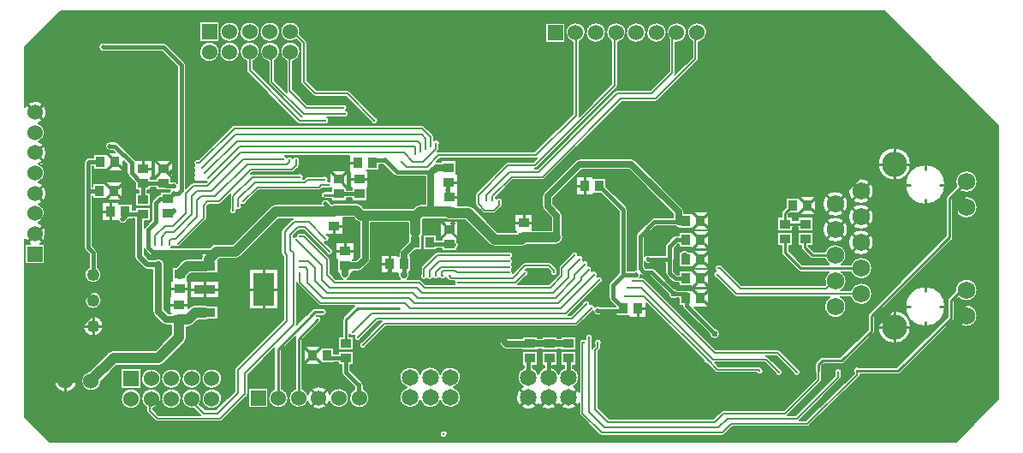
<source format=gbl>
%FSLAX23Y23*%
%MOIN*%
G04 EasyPC Gerber Version 16.0.6 Build 3249 *
%ADD74R,0.03740X0.04331*%
%ADD103R,0.08465X0.12795*%
%ADD80R,0.06000X0.06000*%
%ADD10C,0.00500*%
%ADD87C,0.00800*%
%ADD23C,0.01000*%
%ADD24C,0.01200*%
%ADD89C,0.01500*%
%ADD26C,0.01800*%
%ADD88C,0.02000*%
%ADD25C,0.02400*%
%ADD90C,0.02500*%
%ADD104C,0.02900*%
%ADD150C,0.04000*%
%ADD86C,0.04921*%
%ADD79C,0.06000*%
%ADD76C,0.06496*%
%ADD73C,0.06890*%
%ADD105C,0.09843*%
%ADD75R,0.04331X0.03740*%
%ADD102R,0.08465X0.03740*%
X0Y0D02*
D02*
D10*
X116Y1282D02*
Y590D01*
X211Y495*
X3741*
X3906Y660*
Y1725*
X3461Y2170*
X256*
X116Y2030*
Y1798*
G75*
G02X155Y1821I39J-22*
G01*
G75*
G02X168Y1734J-44*
G01*
G75*
G02Y1662I-13J-36*
G01*
G75*
G02Y1577I-13J-43*
G01*
G75*
G02Y1504I-13J-36*
G01*
G75*
G02Y1419I-13J-43*
G01*
G75*
G02Y1347I-13J-36*
G01*
G75*
G02X174Y1264I-13J-43*
G01*
X193*
Y1187*
X116*
Y1264*
X136*
G75*
G02X116Y1282I19J40*
G01*
X229Y731D02*
G75*
G02X318I44D01*
G01*
G75*
G02X229I-44*
G01*
X345Y1463D02*
G75*
G02Y1478I16J8D01*
G01*
Y1580*
G75*
G02X349Y1591I16*
G01*
G75*
G02X372Y1602I17J-6*
G01*
X382*
Y1615*
X433*
Y1621*
X466*
X459Y1628*
X452*
G75*
G02X428Y1645I-6J18*
G01*
G75*
G02X452Y1663I19*
G01*
X466*
G75*
G02X478Y1658I0J-18*
G01*
X543Y1593*
G75*
G02X546Y1590I-12J-12*
G01*
X611*
Y1524*
X605*
Y1516*
X625*
Y1524*
X619*
Y1590*
X691*
Y1524*
X685*
Y1506*
X687*
G75*
G02X710Y1502I9J-16*
G01*
Y1954*
X649Y2014*
X430*
G75*
G02X403Y2030I-9J16*
G01*
G75*
G02X430Y2046I19*
G01*
X656*
G75*
G02X667Y2042I0J-16*
G01*
X737Y1972*
G75*
G02X742Y1960I-11J-11*
G01*
Y1479*
X762Y1499*
G75*
G02X771Y1503I9J-9*
G01*
X821*
X826Y1508*
X793*
G75*
G02X776Y1530I-7J13*
G01*
G75*
G02Y1550I11J10*
G01*
G75*
G02Y1570I11J10*
G01*
G75*
G02X792Y1594I11J10*
G01*
X922Y1724*
G75*
G02X931Y1728I9J-9*
G01*
X1661*
G75*
G02X1670Y1724J-13*
G01*
X1705Y1689*
G75*
G02X1709Y1680I-9J-9*
G01*
Y1668*
G75*
G02X1729Y1648I8J-12*
G01*
Y1635*
G75*
G02X1725Y1627I-13*
G01*
X1722Y1624*
G75*
G02X1726Y1624I4J-14*
G01*
X2100*
X2247Y1771*
Y2050*
G75*
G02X2221Y2087I13J36*
G01*
G75*
G02X2298I39*
G01*
G75*
G02X2275Y2051I-39*
G01*
Y1765*
G75*
G02X2275Y1762I-14*
G01*
X2399Y1886*
Y2053*
G75*
G02X2379Y2087I19J34*
G01*
G75*
G02X2456I39*
G01*
G75*
G02X2424Y2049I-39*
G01*
Y1880*
G75*
G02X2420Y1872I-13*
G01*
X2110Y1562*
G75*
G02X2101Y1558I-9J9*
G01*
X2111*
X2412Y1859*
G75*
G02X2421Y1863I9J-9*
G01*
X2551*
X2624Y1936*
Y2062*
G75*
G02X2615Y2087I30J24*
G01*
G75*
G02X2692I39*
G01*
G75*
G02X2649Y2048I-39*
G01*
Y1930*
G75*
G02X2646Y1923I-13*
G01*
X2714Y1991*
Y2053*
G75*
G02X2694Y2087I19J34*
G01*
G75*
G02X2771I39*
G01*
G75*
G02X2739Y2049I-39*
G01*
Y1985*
G75*
G02X2735Y1977I-13*
G01*
X2580Y1822*
G75*
G02X2571Y1818I-9J9*
G01*
X2441*
X2140Y1517*
G75*
G02X2131Y1513I-9J9*
G01*
X2016*
X1949Y1445*
Y1443*
G75*
G02X1950Y1440I-13J-7*
G01*
G75*
G02X1974Y1423I11J-9*
G01*
Y1415*
G75*
G02X1970Y1407I-13*
G01*
X1950Y1387*
G75*
G02X1941Y1383I-9J9*
G01*
X1906*
G75*
G02X1897Y1387J13*
G01*
X1872Y1412*
G75*
G02X1869Y1420I9J9*
G01*
Y1455*
G75*
G02X1872Y1464I13*
G01*
X1987Y1579*
G75*
G02X1996Y1583I9J-9*
G01*
X2096*
X2110Y1597*
G75*
G02X2106Y1596I-4J14*
G01*
X1732*
X1719Y1583*
X1735*
Y1589*
X1795*
Y1538*
X1801*
Y1479*
X1803*
Y1414*
X1841*
G75*
G02X1861Y1406J-29*
G01*
X1956Y1311*
X2027*
Y1313*
X2021*
Y1379*
X2093*
Y1317*
X2165*
Y1367*
X2136Y1396*
G75*
G02X2130Y1410I15J15*
G01*
Y1450*
G75*
G02X2136Y1465I21*
G01*
X2261Y1590*
G75*
G02X2276Y1596I15J-15*
G01*
X2476*
G75*
G02X2491Y1590J-21*
G01*
X2676Y1405*
G75*
G02X2682Y1390I-15J-15*
G01*
Y1385*
X2713*
Y1391*
X2780*
Y1318*
X2713*
Y1324*
X2662*
Y1327*
G75*
G02X2657Y1328I4J24*
G01*
G75*
G02X2645Y1334I5J22*
G01*
X2573*
X2527Y1289*
Y1216*
G75*
G02X2548Y1221I14J-11*
G01*
X2608*
Y1255*
G75*
G02X2614Y1268I18J0*
G01*
X2639Y1293*
G75*
G02X2651Y1298I12J-12*
G01*
X2662*
Y1310*
X2713*
Y1316*
X2780*
Y1243*
X2713*
Y1249*
X2662*
Y1263*
X2658*
X2644Y1248*
Y1207*
G75*
G02X2642Y1198I-18J-2*
G01*
Y1157*
X2654Y1145*
X2662*
Y1160*
X2713*
Y1166*
X2780*
Y1093*
X2713*
Y1099*
X2662*
Y1113*
X2647*
G75*
G02X2636Y1118I0J16*
G01*
X2615Y1139*
G75*
G02X2610Y1150I11J11*
G01*
Y1189*
X2548*
G75*
G02X2527Y1195I-7J16*
G01*
Y1177*
X2533Y1171*
X2556*
G75*
G02X2567Y1167I0J-16*
G01*
X2643Y1091*
G75*
G02X2655Y1085I-2J-20*
G01*
X2689*
G75*
G02X2695Y1085J-16*
G01*
X2713*
Y1091*
X2780*
Y1018*
X2721*
X2803Y936*
G75*
G02X2822Y915I-2J-20*
G01*
G75*
G02X2781Y913I-21*
G01*
X2680Y1014*
G75*
G02X2675Y1024I11J11*
G01*
X2662*
Y1053*
X2653*
G75*
G02X2621Y1068I-12J17*
G01*
X2549Y1139*
X2526*
G75*
G02X2515Y1144I0J16*
G01*
X2514Y1144*
G75*
G02X2510Y1133I-18J1*
G01*
X2521*
G75*
G02X2530Y1129J-13*
G01*
X2806Y853*
X3046*
G75*
G02X3055Y849J-13*
G01*
X3125Y779*
G75*
G02X3136Y765I-4J-14*
G01*
G75*
G02X3107Y762I-15*
G01*
X3041Y828*
X3001*
G75*
G02X3010Y824J-13*
G01*
X3055Y779*
G75*
G02X3066Y765I-4J-14*
G01*
G75*
G02X3037Y762I-15*
G01*
X2996Y803*
X2801*
X2816Y788*
X2971*
G75*
G02X2980Y784J-13*
G01*
G75*
G02X2991Y770I-4J-14*
G01*
G75*
G02X2964Y763I-15*
G01*
X2811*
G75*
G02X2802Y767J13*
G01*
X2771Y797*
G75*
G02X2758Y811I2J16*
G01*
X2535Y1034*
Y978*
X2468*
Y984*
X2417*
Y989*
X2355*
G75*
G02X2328Y1003I-9J16*
G01*
G75*
G02X2325Y1001I-7J13*
G01*
X2270Y947*
G75*
G02X2261Y943I-9J9*
G01*
X1521*
X1445Y867*
G75*
G02X1417Y870I-14J4*
G01*
G75*
G02X1427Y884I15*
G01*
X1506Y963*
X1491*
X1425Y897*
G75*
G02X1397Y900I-14J4*
G01*
G75*
G02X1399Y908I15*
G01*
G75*
G02X1380Y912I-8J12*
G01*
Y904*
X1395*
Y850*
X1335*
Y904*
X1353*
Y970*
G75*
G02X1356Y980I14J0*
G01*
X1399Y1023*
X1266*
G75*
G02X1257Y1027J13*
G01*
X1177Y1107*
G75*
G02X1174Y1115I9J9*
G01*
Y950*
G75*
G02X1173Y949I-13J0*
G01*
X1235Y1011*
G75*
G02X1246Y1015I11J-11*
G01*
X1276*
G75*
G02Y985J-15*
G01*
X1252*
X1251Y984*
G75*
G02X1262Y957I5J-14*
G01*
X1195Y890*
Y701*
G75*
G02X1217Y678I-14J-36*
G01*
G75*
G02X1302I43J-13*
G01*
G75*
G02X1377Y665I36J-13*
G01*
G75*
G02X1302Y652I-39*
G01*
G75*
G02X1217I-43J13*
G01*
G75*
G02X1143Y665I-36J13*
G01*
G75*
G02X1168Y701I39*
G01*
Y895*
G75*
G02X1170Y903I14*
G01*
X1116Y849*
Y701*
G75*
G02X1141Y665I-14J-36*
G01*
G75*
G02X1064I-39*
G01*
G75*
G02X1086Y700I39*
G01*
Y855*
G75*
G02X1086Y858I15J0*
G01*
X984Y755*
Y680*
G75*
G02X980Y672I-13*
G01*
X885Y577*
G75*
G02X876Y573I-9J9*
G01*
X631*
G75*
G02X622Y577J13*
G01*
X592Y607*
G75*
G02X589Y615I9J9*
G01*
Y628*
G75*
G02X569Y662I19J34*
G01*
G75*
G02X646I39*
G01*
G75*
G02X614Y624I-39*
G01*
Y621*
X636Y598*
X799*
X773Y624*
G75*
G02X726Y662I-8J38*
G01*
G75*
G02X803I39*
G01*
G75*
G02X796Y640I-39*
G01*
X817Y619*
X860*
X932Y691*
Y775*
G75*
G02X936Y785I14*
G01*
X1122Y971*
Y1215*
X1117Y1219*
G75*
G02X1113Y1229I10J10*
G01*
Y1312*
G75*
G02X1118Y1323I14*
G01*
X1126Y1331*
X1156Y1360*
G75*
G02X1158Y1362I10J-10*
G01*
X1103*
X956Y1215*
G75*
G02X936Y1207I-20J20*
G01*
X873*
X867Y1201*
Y1151*
X829*
G75*
G02X806Y1150I-13J27*
G01*
X761*
X747Y1136*
Y1122*
X753*
Y1056*
X751*
Y1013*
X757Y1019*
G75*
G02X778Y1027I21J-21*
G01*
X816*
G75*
G02X829Y1025J-30*
G01*
X867*
Y970*
X829*
G75*
G02X816Y967I-13J27*
G01*
X790*
X772Y949*
G75*
G02X751Y940I-21J21*
G01*
X746*
Y900*
G75*
G02X737Y879I-30J0*
G01*
X657Y799*
G75*
G02X636Y790I-21J21*
G01*
X473*
X412Y728*
G75*
G02X335Y731I-38J2*
G01*
G75*
G02X367Y769I39*
G01*
X440Y842*
G75*
G02X461Y850I21J-21*
G01*
X624*
X686Y913*
Y943*
X685*
Y948*
X666*
G75*
G02X650Y954I0J23*
G01*
X620Y984*
G75*
G02X613Y1000I16J16*
G01*
Y1165*
X591*
G75*
G02X577Y1171I0J20*
G01*
X547Y1201*
G75*
G02X541Y1215I14J14*
G01*
Y1364*
X534*
Y1359*
X518*
X514Y1356*
G75*
G02X479Y1353I-18J5*
G01*
X416*
Y1426*
X483*
Y1420*
X534*
Y1396*
X545*
Y1407*
X605*
Y1353*
X581*
Y1326*
G75*
G02X585Y1332I15J-6*
G01*
X610Y1357*
Y1425*
G75*
G02X615Y1437I16J0*
G01*
X630Y1452*
G75*
G02X641Y1457I11J-11*
G01*
X642*
Y1468*
X679*
G75*
G02X682Y1473I17J-8*
G01*
X625*
Y1484*
X605*
Y1473*
X591*
Y1464*
X605*
Y1410*
X545*
Y1464*
X559*
Y1473*
X545*
Y1502*
X519Y1528*
G75*
G02X513Y1540I12J13*
G01*
Y1573*
X500Y1587*
Y1548*
X433*
Y1554*
X382*
Y1567*
X377*
Y1487*
X377*
Y1500*
X428*
Y1506*
X495*
Y1433*
X428*
Y1439*
X377*
Y1452*
X377*
Y1257*
X392Y1242*
G75*
G02X397Y1230I-11J-11*
G01*
Y1174*
G75*
G02X381Y1112I-16J-29*
G01*
G75*
G02X365Y1174J33*
G01*
Y1224*
X350Y1239*
G75*
G02X345Y1250I11J11*
G01*
Y1463*
X381Y984D02*
G75*
G02Y906J-39D01*
G01*
G75*
G02Y984J39*
G01*
Y1078D02*
G75*
G02Y1012J-33D01*
G01*
G75*
G02Y1078J33*
G01*
X490Y662D02*
G75*
G02X567I39D01*
G01*
G75*
G02X490I-39*
G01*
Y702D02*
Y779D01*
X567*
Y702*
X490*
X569Y740D02*
G75*
G02X646I39D01*
G01*
G75*
G02X569I-39*
G01*
X647Y662D02*
G75*
G02X724I39D01*
G01*
G75*
G02X647I-39*
G01*
Y740D02*
G75*
G02X724I39D01*
G01*
G75*
G02X647I-39*
G01*
X726D02*
G75*
G02X803I39D01*
G01*
G75*
G02X726I-39*
G01*
X759Y1121D02*
X873D01*
Y1055*
X759*
Y1121*
X795Y2012D02*
G75*
G02X872I39D01*
G01*
G75*
G02X795I-39*
G01*
Y2052D02*
Y2129D01*
X872*
Y2052*
X795*
X805Y662D02*
G75*
G02X882I39D01*
G01*
G75*
G02X805I-39*
G01*
Y740D02*
G75*
G02X882I39D01*
G01*
G75*
G02X805I-39*
G01*
X874Y2012D02*
G75*
G02X951I39D01*
G01*
G75*
G02X874I-39*
G01*
Y2090D02*
G75*
G02X951I39D01*
G01*
G75*
G02X874I-39*
G01*
X952D02*
G75*
G02X1029I39D01*
G01*
G75*
G02X952I-39*
G01*
X977Y1976D02*
G75*
G02X952Y2012I14J36D01*
G01*
G75*
G02X1029I39*
G01*
G75*
G02X1005Y1976I-39*
G01*
Y1946*
X1192Y1759*
X1195*
G75*
G02X1192Y1762I6J11*
G01*
X1067Y1887*
G75*
G02X1064Y1895I9J9*
G01*
Y1974*
G75*
G02X1031Y2012I6J38*
G01*
G75*
G02X1108I39*
G01*
G75*
G02X1089Y1978I-39*
G01*
Y1901*
X1136Y1853*
G75*
G02X1134Y1860I10J7*
G01*
Y1976*
G75*
G02X1110Y2012I15J35*
G01*
G75*
G02X1187I39*
G01*
G75*
G02X1159Y1974I-39*
G01*
Y1866*
X1216Y1808*
X1349*
G75*
G02X1365Y1784I7J-13*
G01*
G75*
G02X1376Y1770I-4J-14*
G01*
G75*
G02X1354Y1758I-15*
G01*
X1293*
G75*
G02X1283Y1731I-7J-13*
G01*
X1186*
G75*
G02X1176Y1735J14*
G01*
X981Y1930*
G75*
G02X977Y1940I10J10*
G01*
Y1976*
X988Y1009D02*
Y1166D01*
X1101*
Y1009*
X988*
X1031Y2090D02*
G75*
G02X1108I39D01*
G01*
G75*
G02X1031I-39*
G01*
X1062Y704D02*
Y627D01*
X985*
Y704*
X1062*
X1172Y2060D02*
G75*
G02X1110Y2090I-23J31D01*
G01*
G75*
G02X1187I39*
G01*
G75*
G02X1186Y2081I-39J0*
G01*
X1210Y2057*
G75*
G02X1214Y2048I-9J-9*
G01*
Y1901*
X1251Y1863*
X1371*
G75*
G02X1380Y1859J-13*
G01*
X1480Y1759*
G75*
G02X1491Y1745I-4J-14*
G01*
G75*
G02X1462Y1742I-15*
G01*
X1366Y1838*
X1246*
G75*
G02X1237Y1842J13*
G01*
X1192Y1887*
G75*
G02X1189Y1895I9J9*
G01*
Y2043*
X1172Y2060*
X1269Y801D02*
Y795D01*
X1202*
Y867*
X1269*
Y861*
X1320*
Y836*
X1335*
Y847*
X1395*
Y793*
X1383*
Y773*
X1424Y731*
X1426Y730*
G75*
G02X1434Y715I-10J-14*
G01*
Y700*
G75*
G02X1456Y665I-16J-35*
G01*
G75*
G02X1379I-39*
G01*
G75*
G02X1398Y699I39*
G01*
Y707*
X1353Y753*
G75*
G02X1348Y765I12J12*
G01*
Y793*
X1335*
Y804*
X1320*
Y801*
X1269*
X1603Y706D02*
G75*
G02X1574Y745I11J39D01*
G01*
G75*
G02X1654Y757I41*
G01*
G75*
G02X1733I39J-11*
G01*
G75*
G02X1813Y745I39J-11*
G01*
G75*
G02X1784Y706I-41*
G01*
G75*
G02X1813Y667I-11J-39*
G01*
G75*
G02X1733Y655I-41*
G01*
G75*
G02X1654I-39J11*
G01*
G75*
G02X1574Y667I-39J11*
G01*
G75*
G02X1603Y706I41*
G01*
X1732Y525D02*
G75*
G02X1761I15D01*
G01*
G75*
G02X1732I-15*
G01*
X2052Y853D02*
X1991D01*
G75*
G02X1975Y859J23*
G01*
X1971Y863*
G75*
G02X1999Y898I15J17*
G01*
X2052*
Y903*
X2112*
Y897*
X2127*
Y903*
X2187*
Y897*
X2202*
Y903*
X2262*
Y849*
X2202*
Y855*
X2187*
Y849*
X2127*
Y855*
X2112*
Y849*
X2052*
Y853*
X2055Y709D02*
G75*
G02X2059Y783I20J36D01*
G01*
Y792*
X2052*
Y846*
X2112*
Y792*
X2091*
Y783*
G75*
G02X2114Y757I-16J-38*
G01*
G75*
G02X2138Y783I39J-11*
G01*
Y792*
X2127*
Y846*
X2187*
Y792*
X2170*
Y783*
G75*
G02X2193Y757I-16J-38*
G01*
G75*
G02X2215Y782I39J-11*
G01*
Y792*
X2202*
Y846*
X2262*
Y792*
X2250*
Y782*
G75*
G02X2252Y709I-18J-37*
G01*
G75*
G02X2274Y689I-20J-43*
G01*
Y880*
G75*
G02X2283Y893I13*
G01*
G75*
G02X2299Y893I8J-12*
G01*
Y893*
G75*
G02X2297Y900I13J7*
G01*
G75*
G02X2326I15*
G01*
G75*
G02X2324Y893I-15*
G01*
Y856*
G75*
G02X2326Y860I12J-5*
G01*
X2334Y868*
Y873*
G75*
G02X2332Y880I13J7*
G01*
G75*
G02X2361I15*
G01*
G75*
G02X2359Y873I-15*
G01*
Y862*
G75*
G02X2355Y854I-13*
G01*
X2348Y846*
Y627*
X2391Y583*
X2796*
X2827Y614*
G75*
G02X2836Y618I9J-9*
G01*
X3071*
X3194Y741*
Y763*
G75*
G02X3193Y765I13J7*
G01*
G75*
G02X3192Y778I13J7*
G01*
Y794*
G75*
G02X3196Y804I14J0*
G01*
X3211Y820*
G75*
G02X3221Y824I10J-10*
G01*
X3290*
X3398Y931*
Y985*
G75*
G02X3401Y995I14J0*
G01*
X3703Y1296*
Y1442*
G75*
G02X3706Y1451I14J0*
G01*
X3743Y1488*
G75*
G02X3781Y1550I38J19*
G01*
G75*
G02Y1464J-43*
G01*
G75*
G02X3762Y1469I0J43*
G01*
X3730Y1436*
Y1290*
G75*
G02X3726Y1281I-14J0*
G01*
X3425Y980*
Y925*
G75*
G02X3421Y916I-14J0*
G01*
X3306Y801*
G75*
G02X3296Y797I-10J10*
G01*
X3227*
X3219Y789*
Y778*
G75*
G02X3219Y763I-13J-7*
G01*
Y735*
G75*
G02X3215Y727I-13*
G01*
X3086Y598*
X3116*
X3269Y751*
Y758*
G75*
G02X3267Y765I13J7*
G01*
G75*
G02X3296I15*
G01*
G75*
G02X3294Y758I-15*
G01*
Y745*
G75*
G02X3290Y737I-13*
G01*
X3131Y578*
X3156*
X3344Y761*
Y762*
G75*
G02X3363Y784I13J9*
G01*
X3510*
X3708Y981*
Y1045*
G75*
G02X3711Y1054I14J0*
G01*
X3738Y1081*
G75*
G02X3781Y1128I43J4*
G01*
G75*
G02Y1042J-43*
G01*
G75*
G02X3750Y1055J43*
G01*
X3735Y1039*
Y975*
G75*
G02X3731Y966I-14J0*
G01*
X3526Y761*
G75*
G02X3516Y757I-10J10*
G01*
X3369*
Y755*
G75*
G02X3365Y746I-13*
G01*
X3170Y556*
G75*
G02X3161Y553I-9J9*
G01*
X2871*
X2840Y522*
G75*
G02X2831Y518I-9J9*
G01*
X2361*
G75*
G02X2352Y522J13*
G01*
X2277Y597*
G75*
G02X2274Y605I9J9*
G01*
Y644*
G75*
G02X2193Y641I-41J23*
G01*
G75*
G02X2114I-39J26*
G01*
G75*
G02X2028Y667I-39J26*
G01*
G75*
G02X2055Y709I47*
G01*
X2143Y2048D02*
Y2125D01*
X2220*
Y2048*
X2143*
X2300Y2087D02*
G75*
G02X2377I39D01*
G01*
G75*
G02X2300I-39*
G01*
X2457D02*
G75*
G02X2534I39D01*
G01*
G75*
G02X2457I-39*
G01*
X2536D02*
G75*
G02X2613I39D01*
G01*
G75*
G02X2536I-39*
G01*
X2662Y1214D02*
G75*
G02Y1220I23J3D01*
G01*
Y1235*
X2670*
G75*
G02X2700I15J-17*
G01*
X2713*
Y1241*
X2780*
Y1168*
X2713*
Y1174*
X2662*
Y1214*
X2807Y1159D02*
G75*
G02X2824Y1183I9J11D01*
G01*
G75*
G02X2830Y1179I-3J-12*
G01*
X2906Y1103*
X3231*
X3232Y1104*
G75*
G02X3246Y1155I40J17*
G01*
X3136*
G75*
G02X3125Y1160I0J15*
G01*
X3065Y1220*
G75*
G02X3061Y1230I11J11*
G01*
Y1258*
X3045*
Y1312*
X3105*
Y1258*
X3091*
Y1237*
X3142Y1185*
X3246*
G75*
G02X3230Y1207I25J35*
G01*
X3181*
G75*
G02X3171Y1211I0J14*
G01*
X3141Y1241*
G75*
G02X3138Y1250I10J10*
G01*
Y1258*
X3125*
Y1312*
X3185*
Y1258*
X3165*
Y1256*
X3187Y1234*
X3230*
G75*
G02X3271Y1263I41J-14*
G01*
G75*
G02X3296Y1185J-43*
G01*
X3331*
G75*
G02X3371Y1213I40J-15*
G01*
G75*
G02Y1127J-43*
G01*
G75*
G02X3331Y1155J43*
G01*
X3296*
G75*
G02X3292Y1083I-25J-35*
G01*
X3330*
G75*
G02X3371Y1113I41J-13*
G01*
G75*
G02Y1027J-43*
G01*
G75*
G02X3330Y1058J43*
G01*
X3292*
G75*
G02X3271Y977I-21J-38*
G01*
G75*
G02X3250Y1058J43*
G01*
X2886*
G75*
G02X2877Y1062J13*
G01*
X2807Y1131*
G75*
G02X2807Y1159I4J14*
G01*
X3062Y1369D02*
Y1385D01*
G75*
G02X3066Y1395I14J0*
G01*
X3077Y1406*
Y1445*
X3128*
Y1451*
X3195*
Y1378*
X3128*
Y1384*
X3093*
X3089Y1380*
Y1369*
X3105*
Y1356*
X3125*
Y1369*
X3185*
Y1315*
X3125*
Y1329*
X3105*
Y1315*
X3045*
Y1369*
X3062*
X3271Y1271D02*
G75*
G02Y1369J49D01*
G01*
G75*
G02Y1271J-49*
G01*
Y1371D02*
G75*
G02Y1469J49D01*
G01*
G75*
G02Y1371J-49*
G01*
X3371Y1221D02*
G75*
G02Y1319J49D01*
G01*
G75*
G02Y1221J-49*
G01*
Y1321D02*
G75*
G02Y1419J49D01*
G01*
G75*
G02Y1321J-49*
G01*
Y1421D02*
G75*
G02Y1519J49D01*
G01*
G75*
G02Y1421J-49*
G01*
X3501Y877D02*
G75*
G02Y1005J64D01*
G01*
G75*
G02Y877J-64*
G01*
Y1512D02*
G75*
G02Y1639J64D01*
G01*
G75*
G02Y1512J-64*
G01*
X3621Y943D02*
G75*
G02Y1099J78D01*
G01*
G75*
G02Y943J-78*
G01*
Y1417D02*
G75*
G02Y1574J78D01*
G01*
G75*
G02Y1417J-78*
G01*
X3781Y942D02*
G75*
G02Y1028J43D01*
G01*
G75*
G02Y942J-43*
G01*
Y1364D02*
G75*
G02Y1450J43D01*
G01*
G75*
G02Y1364J-43*
G01*
X116Y731D02*
G36*
Y662D01*
X490*
G75*
G02X567I39*
G01*
X569*
G75*
G02X646I39*
G01*
X647*
G75*
G02X724I39*
G01*
X726*
G75*
G02X803I39*
G01*
X805*
G75*
G02X882I39*
G01*
X902*
X932Y691*
Y731*
X881*
G75*
G02X806I-37J10*
G01*
X802*
G75*
G02X727I-37J10*
G01*
X723*
G75*
G02X649I-37J10*
G01*
X644*
G75*
G02X570I-37J10*
G01*
X567*
Y702*
X490*
Y731*
X414*
X412Y728*
G75*
G02X335Y731I-38J2*
G01*
X318*
G75*
G02X229I-44*
G01*
X116*
G37*
X229D02*
G36*
G75*
G02X318I44D01*
G01*
X335*
G75*
G02X367Y769I39*
G01*
X440Y842*
G75*
G02X461Y850I21J-21*
G01*
X624*
X649Y876*
X116*
Y731*
X229*
G37*
X490D02*
G36*
Y779D01*
X567*
Y731*
X570*
G75*
G02X569Y740I37J10*
G01*
G75*
G02X646I39*
G01*
G75*
G02X644Y731I-39J0*
G01*
X649*
G75*
G02X647Y740I37J10*
G01*
G75*
G02X724I39*
G01*
G75*
G02X723Y731I-39J0*
G01*
X727*
G75*
G02X726Y740I37J10*
G01*
G75*
G02X803I39*
G01*
G75*
G02X802Y731I-39J0*
G01*
X806*
G75*
G02X805Y740I37J10*
G01*
G75*
G02X882I39*
G01*
G75*
G02X881Y731I-39J0*
G01*
X932*
Y775*
G75*
G02X936Y785I14*
G01*
X1122Y971*
Y1045*
X1101*
Y1009*
X988*
Y1045*
X751*
Y1013*
X757Y1019*
G75*
G02X778Y1027I21J-21*
G01*
X816*
G75*
G02X829Y1025J-30*
G01*
X867*
Y970*
X829*
G75*
G02X816Y967I-13J27*
G01*
X790*
X772Y949*
G75*
G02X751Y940I-21J21*
G01*
X746*
Y900*
G75*
G02X737Y879I-30J0*
G01*
X657Y799*
G75*
G02X636Y790I-21J21*
G01*
X473*
X414Y731*
X490*
G37*
X1195D02*
G36*
Y701D01*
G75*
G02X1217Y678I-14J-36*
G01*
G75*
G02X1302I43J-13*
G01*
G75*
G02X1377Y665I36J-13*
G01*
G75*
G02X1377Y662I-39J0*
G01*
X1379*
G75*
G02X1379Y665I38J4*
G01*
G75*
G02X1398Y699I39*
G01*
Y707*
X1375Y731*
X1195*
G37*
X1375D02*
G36*
X1353Y753D01*
G75*
G02X1348Y765I12J12*
G01*
Y793*
X1335*
Y804*
X1320*
Y801*
X1269*
Y795*
X1202*
Y867*
X1269*
Y861*
X1320*
Y836*
X1335*
Y847*
X1395*
Y793*
X1383*
Y773*
X1424Y731*
X1425Y731*
X1577*
G75*
G02X1574Y745I38J15*
G01*
G75*
G02X1654Y757I41*
G01*
G75*
G02X1733I39J-11*
G01*
G75*
G02X1813Y745I39J-11*
G01*
G75*
G02X1810Y731I-41*
G01*
X2037*
G75*
G02X2059Y783I38J15*
G01*
Y792*
X2052*
Y846*
X2112*
Y792*
X2091*
Y783*
G75*
G02X2114Y757I-16J-38*
G01*
G75*
G02X2138Y783I39J-11*
G01*
Y792*
X2127*
Y846*
X2187*
Y792*
X2170*
Y783*
G75*
G02X2193Y757I-16J-38*
G01*
G75*
G02X2215Y782I39J-11*
G01*
Y792*
X2202*
Y846*
X2262*
Y792*
X2250*
Y782*
G75*
G02X2252Y709I-18J-37*
G01*
G75*
G02X2274Y689I-20J-43*
G01*
Y876*
X2262*
Y849*
X2202*
Y855*
X2187*
Y849*
X2127*
Y855*
X2112*
Y849*
X2052*
Y853*
X1991*
G75*
G02X1975Y859J23*
G01*
X1971Y863*
G75*
G02X1964Y876I15J17*
G01*
X1454*
X1445Y867*
G75*
G02X1417Y870I-14J4*
G01*
G75*
G02X1427Y884I15*
G01*
X1506Y963*
X1491*
X1425Y897*
G75*
G02X1397Y900I-14J4*
G01*
G75*
G02X1399Y908I15*
G01*
G75*
G02X1380Y912I-8J12*
G01*
Y904*
X1395*
Y850*
X1335*
Y904*
X1353*
Y970*
G75*
G02X1356Y980I14J0*
G01*
X1399Y1023*
X1266*
G75*
G02X1257Y1027J13*
G01*
X1177Y1107*
G75*
G02X1174Y1115I9J9*
G01*
Y950*
G75*
G02X1173Y949I-13J0*
G01*
X1235Y1011*
G75*
G02X1246Y1015I11J-11*
G01*
X1276*
G75*
G02Y985J-15*
G01*
X1252*
X1251Y984*
G75*
G02X1262Y957I5J-14*
G01*
X1195Y890*
Y731*
X1375*
G37*
X1425D02*
G36*
X1426Y730D01*
G75*
G02X1434Y715I-10J-14*
G01*
Y700*
G75*
G02X1456Y665I-16J-35*
G01*
G75*
G02X1456Y662I-39J0*
G01*
X1574*
G75*
G02X1574Y667I41J5*
G01*
G75*
G02X1603Y706I41*
G01*
G75*
G02X1577Y731I11J39*
G01*
X1425*
G37*
X1810D02*
G36*
G75*
G02X1784Y706I-38J15D01*
G01*
G75*
G02X1813Y667I-11J-39*
G01*
G75*
G02X1813Y662I-41J0*
G01*
X2028*
G75*
G02X2028Y667I47J5*
G01*
G75*
G02X2055Y709I47*
G01*
G75*
G02X2037Y731I20J36*
G01*
X1810*
G37*
X3348D02*
G36*
X3278Y662D01*
X3906*
Y731*
X3348*
G37*
X3906D02*
G36*
Y876D01*
X3641*
X3526Y761*
G75*
G02X3516Y757I-10J10*
G01*
X3369*
Y755*
G75*
G02X3365Y746I-13*
G01*
X3348Y731*
X3906*
G37*
X116Y945D02*
G36*
Y876D01*
X649*
X686Y913*
Y943*
X685*
Y945*
X420*
G75*
G02X381Y906I-39*
G01*
G75*
G02X342Y945J39*
G01*
X116*
G37*
X342D02*
G36*
G75*
G02X381Y984I39D01*
G01*
G75*
G02X420Y945J-39*
G01*
X685*
Y948*
X666*
G75*
G02X650Y954I0J23*
G01*
X620Y984*
G75*
G02X613Y1000I16J16*
G01*
Y1045*
X414*
G75*
G02X381Y1012I-33*
G01*
G75*
G02X348Y1045J33*
G01*
X116*
Y945*
X342*
G37*
X2794D02*
G36*
X2803Y936D01*
G75*
G02X2822Y915I-2J-20*
G01*
G75*
G02X2781Y913I-21*
G01*
X2680Y1014*
G75*
G02X2675Y1024I11J11*
G01*
X2662*
Y1053*
X2653*
G75*
G02X2621Y1068I-12J17*
G01*
X2549Y1139*
X2526*
G75*
G02X2515Y1144I0J16*
G01*
X2514Y1144*
G75*
G02X2510Y1133I-18J1*
G01*
X2521*
G75*
G02X2530Y1129J-13*
G01*
X2783Y876*
X3342*
X3398Y931*
Y945*
X2794*
G37*
X3398D02*
G36*
Y985D01*
G75*
G02X3401Y995I14J0*
G01*
X3452Y1045*
X3406*
G75*
G02X3371Y1027I-35J25*
G01*
G75*
G02X3330Y1058J43*
G01*
X3292*
G75*
G02X3271Y977I-21J-38*
G01*
G75*
G02X3236Y1045J43*
G01*
X2780*
Y1018*
X2721*
X2794Y945*
X3398*
G37*
X3425D02*
G36*
Y925D01*
G75*
G02X3421Y916I-14J0*
G01*
X3306Y801*
G75*
G02X3296Y797I-10J10*
G01*
X3227*
X3219Y789*
Y778*
G75*
G02X3219Y763I-13J-7*
G01*
Y735*
G75*
G02X3215Y727I-13*
G01*
X3086Y598*
X3116*
X3269Y751*
Y758*
G75*
G02X3267Y765I13J7*
G01*
G75*
G02X3296I15*
G01*
G75*
G02X3294Y758I-15*
G01*
Y745*
G75*
G02X3290Y737I-13*
G01*
X3131Y578*
X3156*
X3344Y761*
Y762*
G75*
G02X3363Y784I13J9*
G01*
X3510*
X3672Y945*
X3642*
G75*
G02X3621Y943I-21J76*
G01*
G75*
G02X3600Y945J78*
G01*
X3565*
G75*
G02X3501Y877I-64J-4*
G01*
G75*
G02X3437Y945J64*
G01*
X3425*
G37*
X3437D02*
G36*
G75*
G02X3501Y1005I64J-4D01*
G01*
G75*
G02X3565Y945J-64*
G01*
X3600*
G75*
G02X3546Y1045I21J76*
G01*
X3490*
X3425Y980*
Y945*
X3437*
G37*
X3672D02*
G36*
X3708Y981D01*
Y1045*
X3696Y1045*
G75*
G02X3642Y945I-75J-24*
G01*
X3672*
G37*
X3710D02*
G36*
X3641Y876D01*
X3906*
Y945*
X3798*
G75*
G02X3781Y942I-17J40*
G01*
G75*
G02X3765Y945J43*
G01*
X3710*
G37*
X3765D02*
G36*
G75*
G02X3781Y1028I17J40D01*
G01*
G75*
G02X3798Y945J-43*
G01*
X3906*
Y1045*
X3798*
G75*
G02X3781Y1042I-17J40*
G01*
G75*
G02X3750Y1055J43*
G01*
X3735Y1039*
Y975*
G75*
G02X3731Y966I-14J0*
G01*
X3710Y945*
X3765*
G37*
X348Y1045D02*
G36*
G75*
G02X381Y1078I33D01*
G01*
G75*
G02X414Y1045J-33*
G01*
X613*
Y1088*
X116*
Y1045*
X348*
G37*
X988D02*
G36*
Y1088D01*
X873*
Y1055*
X759*
Y1088*
X753*
Y1056*
X751*
Y1045*
X988*
G37*
X1122D02*
G36*
Y1088D01*
X1101*
Y1045*
X1122*
G37*
X3236D02*
G36*
G75*
G02X3250Y1058I35J-25D01*
G01*
X2886*
G75*
G02X2877Y1062J13*
G01*
X2851Y1088*
X2780*
Y1045*
X3236*
G37*
X3452D02*
G36*
X3494Y1088D01*
X3410*
G75*
G02X3406Y1045I-39J-17*
G01*
X3452*
G37*
X3546D02*
G36*
G75*
G02X3580Y1088I75J-24D01*
G01*
X3533*
X3490Y1045*
X3546*
G37*
X3708D02*
G36*
G75*
G02X3711Y1054I13J-1D01*
G01*
X3738Y1081*
G75*
G02X3738Y1088I43J4*
G01*
X3662*
G75*
G02X3696Y1045I-41J-67*
G01*
X3708*
G37*
X3906D02*
G36*
Y1088D01*
X3824*
G75*
G02X3798Y1045I-43J-3*
G01*
X3906*
G37*
X116Y662D02*
G36*
Y590D01*
X181Y525*
X1732*
G75*
G02X1761I15*
G01*
X2348*
X2277Y597*
G75*
G02X2274Y605I9J9*
G01*
Y644*
G75*
G02X2193Y641I-41J23*
G01*
G75*
G02X2114I-39J26*
G01*
G75*
G02X2028Y662I-39J26*
G01*
X1813*
G75*
G02X1733Y655I-41J5*
G01*
G75*
G02X1654I-39J11*
G01*
G75*
G02X1574Y662I-39J11*
G01*
X1456*
G75*
G02X1379I-38J4*
G01*
X1377*
G75*
G02X1302Y652I-38J4*
G01*
G75*
G02X1217I-43J13*
G01*
G75*
G02X1143Y665I-36J13*
G01*
G75*
G02X1168Y701I39*
G01*
Y895*
G75*
G02X1170Y903I14*
G01*
X1116Y849*
Y701*
G75*
G02X1141Y665I-14J-36*
G01*
G75*
G02X1064Y662I-39*
G01*
X1062*
Y627*
X985*
Y662*
X970*
X885Y577*
G75*
G02X876Y573I-9J9*
G01*
X631*
G75*
G02X622Y577J13*
G01*
X592Y607*
G75*
G02X589Y615I9J9*
G01*
Y628*
G75*
G02X569Y662I19J34*
G01*
X567*
G75*
G02X490I-39*
G01*
X116*
G37*
X646D02*
G36*
G75*
G02X614Y624I-39D01*
G01*
Y621*
X636Y598*
X799*
X773Y624*
G75*
G02X726Y662I-8J38*
G01*
X724*
G75*
G02X647I-39*
G01*
X646*
G37*
X803D02*
G36*
G75*
G02X796Y640I-39D01*
G01*
X817Y619*
X860*
X902Y662*
X882*
G75*
G02X805I-39*
G01*
X803*
G37*
X985D02*
G36*
Y704D01*
X1062*
Y662*
X1064*
G75*
G02X1064Y665I38J4*
G01*
G75*
G02X1086Y700I39*
G01*
Y855*
G75*
G02X1086Y858I15J0*
G01*
X984Y755*
Y680*
G75*
G02X980Y672I-13*
G01*
X970Y662*
X985*
G37*
X3278D02*
G36*
X3170Y556D01*
G75*
G02X3161Y553I-9J9*
G01*
X2871*
X2844Y525*
X3771*
X3906Y660*
Y662*
X3278*
G37*
X613Y1088D02*
G36*
Y1165D01*
X591*
G75*
G02X577Y1171I0J20*
G01*
X547Y1201*
G75*
G02X541Y1215I14J14*
G01*
Y1364*
X534*
Y1359*
X518*
X514Y1356*
G75*
G02X479Y1353I-18J5*
G01*
X416*
Y1426*
X483*
Y1420*
X534*
Y1396*
X545*
Y1407*
X605*
Y1353*
X581*
Y1326*
G75*
G02X585Y1332I15J-6*
G01*
X610Y1357*
Y1425*
G75*
G02X615Y1437I16J0*
G01*
X630Y1452*
G75*
G02X641Y1457I11J-11*
G01*
X642*
Y1468*
X679*
G75*
G02X682Y1473I17J-8*
G01*
X625*
Y1484*
X605*
Y1473*
X591*
Y1464*
X605*
Y1410*
X545*
Y1464*
X559*
Y1473*
X545*
Y1502*
X519Y1528*
G75*
G02X513Y1540I12J13*
G01*
Y1573*
X500Y1587*
Y1548*
X433*
Y1554*
X382*
Y1567*
X377*
Y1487*
X377*
Y1500*
X428*
Y1506*
X495*
Y1433*
X428*
Y1439*
X377*
Y1452*
X377*
Y1257*
X392Y1242*
G75*
G02X397Y1230I-11J-11*
G01*
Y1174*
G75*
G02X381Y1112I-16J-29*
G01*
G75*
G02X365Y1174J33*
G01*
Y1204*
X193*
Y1187*
X116*
Y1264*
X136*
G75*
G02X116Y1282I19J40*
G01*
Y1088*
X613*
G37*
X759D02*
G36*
Y1121D01*
X873*
Y1088*
X988*
Y1166*
X1101*
Y1088*
X1122*
Y1215*
X1117Y1219*
G75*
G02X1113Y1229I10J10*
G01*
Y1312*
G75*
G02X1118Y1323I14*
G01*
X1126Y1331*
X1156Y1360*
G75*
G02X1158Y1362I10J-10*
G01*
X1103*
X956Y1215*
G75*
G02X936Y1207I-20J20*
G01*
X873*
X867Y1201*
Y1151*
X829*
G75*
G02X806Y1150I-13J27*
G01*
X761*
X747Y1136*
Y1122*
X753*
Y1088*
X759*
G37*
X2851D02*
G36*
X2807Y1131D01*
G75*
G02X2807Y1159I4J14*
G01*
G75*
G02X2824Y1183I9J11*
G01*
G75*
G02X2830Y1179I-3J-12*
G01*
X2906Y1103*
X3231*
X3232Y1104*
G75*
G02X3246Y1155I40J17*
G01*
X3136*
G75*
G02X3125Y1160I0J15*
G01*
X3081Y1204*
X2780*
Y1168*
X2713*
Y1174*
X2662*
Y1204*
X2644*
G75*
G02X2642Y1198I-18J1*
G01*
Y1157*
X2654Y1145*
X2662*
Y1160*
X2713*
Y1166*
X2780*
Y1093*
X2713*
Y1099*
X2662*
Y1113*
X2647*
G75*
G02X2636Y1118I0J16*
G01*
X2615Y1139*
G75*
G02X2610Y1150I11J11*
G01*
Y1189*
X2548*
G75*
G02X2527Y1195I-7J16*
G01*
Y1177*
X2533Y1171*
X2556*
G75*
G02X2567Y1167I0J-16*
G01*
X2643Y1091*
G75*
G02X2655Y1085I-2J-20*
G01*
X2689*
G75*
G02X2695Y1085J-16*
G01*
X2713*
Y1091*
X2780*
Y1088*
X2851*
G37*
X3494D02*
G36*
X3611Y1204D01*
X3397*
G75*
G02X3371Y1127I-26J-34*
G01*
G75*
G02X3331Y1155J43*
G01*
X3296*
G75*
G02X3292Y1083I-25J-35*
G01*
X3330*
G75*
G02X3371Y1113I41J-13*
G01*
G75*
G02X3410Y1088J-43*
G01*
X3494*
G37*
X3580D02*
G36*
G75*
G02X3621Y1099I41J-67D01*
G01*
G75*
G02X3662Y1088J-78*
G01*
X3738*
G75*
G02X3781Y1128I43J-3*
G01*
G75*
G02X3824Y1088J-43*
G01*
X3906*
Y1204*
X3649*
X3533Y1088*
X3580*
G37*
X116Y2012D02*
G36*
Y1798D01*
G75*
G02X155Y1821I39J-22*
G01*
G75*
G02X168Y1734J-44*
G01*
G75*
G02Y1662I-13J-36*
G01*
G75*
G02Y1577I-13J-43*
G01*
G75*
G02X171Y1575I-13J-36*
G01*
X345*
Y1580*
G75*
G02X349Y1591I16*
G01*
G75*
G02X372Y1602I17J-6*
G01*
X382*
Y1615*
X433*
Y1621*
X466*
X459Y1628*
X452*
G75*
G02X428Y1645I-6J18*
G01*
G75*
G02X452Y1663I19*
G01*
X466*
G75*
G02X478Y1658I0J-18*
G01*
X543Y1593*
G75*
G02X546Y1590I-12J-12*
G01*
X611*
Y1524*
X605*
Y1516*
X625*
Y1524*
X619*
Y1590*
X691*
Y1524*
X685*
Y1506*
X687*
G75*
G02X710Y1502I9J-16*
G01*
Y1954*
X652Y2012*
X116*
G37*
X652D02*
G36*
X649Y2014D01*
X430*
G75*
G02X403Y2030I-9J16*
G01*
G75*
G02X430Y2046I19*
G01*
X656*
G75*
G02X667Y2042I0J-16*
G01*
X697Y2012*
X795*
G75*
G02X872I39*
G01*
X874*
G75*
G02X951I39*
G01*
X952*
G75*
G02X1029I39*
G01*
G75*
G02X1005Y1976I-39*
G01*
Y1946*
X1192Y1759*
X1195*
G75*
G02X1192Y1762I6J11*
G01*
X1067Y1887*
G75*
G02X1064Y1895I9J9*
G01*
Y1974*
G75*
G02X1031Y2012I6J38*
G01*
G75*
G02X1108I39*
G01*
G75*
G02X1089Y1978I-39*
G01*
Y1901*
X1136Y1853*
G75*
G02X1134Y1860I10J7*
G01*
Y1976*
G75*
G02X1110Y2012I15J35*
G01*
G75*
G02X1187I39*
G01*
X1189*
Y2043*
X1172Y2060*
G75*
G02X1110Y2090I-23J31*
G01*
X1108*
G75*
G02X1031I-39*
G01*
X1029*
G75*
G02X952I-39*
G01*
X951*
G75*
G02X874I-39*
G01*
X872*
Y2052*
X795*
Y2090*
X176*
X116Y2030*
Y2012*
X652*
G37*
X697D02*
G36*
X737Y1972D01*
G75*
G02X742Y1960I-11J-11*
G01*
Y1479*
X762Y1499*
G75*
G02X771Y1503I9J-9*
G01*
X821*
X826Y1508*
X793*
G75*
G02X776Y1530I-7J13*
G01*
G75*
G02Y1550I11J10*
G01*
G75*
G02Y1570I11J10*
G01*
G75*
G02X792Y1594I11J10*
G01*
X922Y1724*
G75*
G02X931Y1728I9J-9*
G01*
X1661*
G75*
G02X1670Y1724J-13*
G01*
X1705Y1689*
G75*
G02X1709Y1680I-9J-9*
G01*
Y1668*
G75*
G02X1729Y1648I8J-12*
G01*
Y1635*
G75*
G02X1725Y1627I-13*
G01*
X1722Y1624*
G75*
G02X1726Y1624I4J-14*
G01*
X2100*
X2247Y1771*
Y2012*
X1214*
Y1901*
X1251Y1863*
X1371*
G75*
G02X1380Y1859J-13*
G01*
X1480Y1759*
G75*
G02X1491Y1745I-4J-14*
G01*
G75*
G02X1462Y1742I-15*
G01*
X1366Y1838*
X1246*
G75*
G02X1237Y1842J13*
G01*
X1192Y1887*
G75*
G02X1189Y1895I9J9*
G01*
Y2012*
X1187*
G75*
G02X1159Y1974I-39*
G01*
Y1866*
X1216Y1808*
X1349*
G75*
G02X1365Y1784I7J-13*
G01*
G75*
G02X1376Y1770I-4J-14*
G01*
G75*
G02X1354Y1758I-15*
G01*
X1293*
G75*
G02X1283Y1731I-7J-13*
G01*
X1186*
G75*
G02X1176Y1735J14*
G01*
X981Y1930*
G75*
G02X977Y1940I10J10*
G01*
Y1976*
G75*
G02X952Y2012I14J36*
G01*
X951*
G75*
G02X874I-39*
G01*
X872*
G75*
G02X795I-39*
G01*
X697*
G37*
X2247D02*
G36*
Y2050D01*
G75*
G02X2221Y2087I13J36*
G01*
G75*
G02X2221Y2090I39J0*
G01*
X2220*
Y2048*
X2143*
Y2090*
X1187*
G75*
G02X1186Y2081I-39J0*
G01*
X1210Y2057*
G75*
G02X1214Y2048I-9J-9*
G01*
Y2012*
X2247*
G37*
X2739D02*
G36*
Y1985D01*
G75*
G02X2735Y1977I-13*
G01*
X2580Y1822*
G75*
G02X2571Y1818I-9J9*
G01*
X2441*
X2140Y1517*
G75*
G02X2131Y1513I-9J9*
G01*
X2016*
X1949Y1445*
Y1443*
G75*
G02X1950Y1440I-13J-7*
G01*
G75*
G02X1974Y1423I11J-9*
G01*
Y1415*
G75*
G02X1970Y1407I-13*
G01*
X1950Y1387*
G75*
G02X1941Y1383I-9J9*
G01*
X1906*
G75*
G02X1897Y1387J13*
G01*
X1872Y1412*
G75*
G02X1869Y1420I9J9*
G01*
Y1455*
G75*
G02X1872Y1464I13*
G01*
X1987Y1579*
G75*
G02X1996Y1583I9J-9*
G01*
X2096*
X2110Y1597*
G75*
G02X2106Y1596I-4J14*
G01*
X1732*
X1719Y1583*
X1735*
Y1589*
X1795*
Y1538*
X1801*
Y1479*
X1803*
Y1414*
X1841*
G75*
G02X1861Y1406J-29*
G01*
X1956Y1311*
X2027*
Y1313*
X2021*
Y1379*
X2093*
Y1317*
X2165*
Y1367*
X2136Y1396*
G75*
G02X2130Y1410I15J15*
G01*
Y1450*
G75*
G02X2136Y1465I21*
G01*
X2261Y1590*
G75*
G02X2276Y1596I15J-15*
G01*
X2476*
G75*
G02X2491Y1590J-21*
G01*
X2506Y1575*
X3437*
G75*
G02X3501Y1639I64*
G01*
G75*
G02X3565Y1575J-64*
G01*
X3906*
Y1725*
X3620Y2012*
X2739*
G37*
X3620D02*
G36*
X3541Y2090D01*
X2771*
G75*
G02X2771Y2087I-38J-4*
G01*
G75*
G02X2739Y2049I-39*
G01*
Y2012*
X3620*
G37*
X795Y2090D02*
G36*
Y2129D01*
X872*
Y2090*
X874*
G75*
G02X951I39*
G01*
X952*
G75*
G02X1029I39*
G01*
X1031*
G75*
G02X1108I39*
G01*
X1110*
G75*
G02X1187I39*
G01*
X2143*
Y2125*
X2220*
Y2090*
X2221*
G75*
G02X2298I38J-4*
G01*
X2300*
G75*
G02X2377I38J-4*
G01*
X2379*
G75*
G02X2456I38J-4*
G01*
X2458*
G75*
G02X2534I38J-4*
G01*
X2536*
G75*
G02X2613I38J-4*
G01*
X2615*
G75*
G02X2692Y2087I38J-4*
G01*
G75*
G02X2649Y2048I-39*
G01*
Y1930*
G75*
G02X2646Y1923I-13*
G01*
X2714Y1991*
Y2053*
G75*
G02X2694Y2087I19J34*
G01*
G75*
G02X2771Y2090I39*
G01*
X3541*
X3461Y2170*
X256*
X176Y2090*
X795*
G37*
X2298D02*
G36*
G75*
G02X2298Y2087I-38J-4D01*
G01*
G75*
G02X2275Y2051I-39*
G01*
Y1765*
G75*
G02X2275Y1762I-14*
G01*
X2399Y1886*
Y2053*
G75*
G02X2379Y2087I19J34*
G01*
G75*
G02X2379Y2090I39J0*
G01*
X2377*
G75*
G02X2377Y2087I-38J-4*
G01*
G75*
G02X2300I-39*
G01*
G75*
G02X2300Y2090I39J0*
G01*
X2298*
G37*
X2456D02*
G36*
G75*
G02X2456Y2087I-38J-4D01*
G01*
G75*
G02X2424Y2049I-39*
G01*
Y1880*
G75*
G02X2420Y1872I-13*
G01*
X2110Y1562*
G75*
G02X2101Y1558I-9J9*
G01*
X2111*
X2412Y1859*
G75*
G02X2421Y1863I9J-9*
G01*
X2551*
X2624Y1936*
Y2062*
G75*
G02X2615Y2087I30J24*
G01*
G75*
G02X2615Y2090I39J0*
G01*
X2613*
G75*
G02X2613Y2087I-38J-4*
G01*
G75*
G02X2536I-39*
G01*
G75*
G02X2536Y2090I39J0*
G01*
X2534*
G75*
G02X2534Y2087I-38J-4*
G01*
G75*
G02X2457I-39*
G01*
G75*
G02X2458Y2090I39J0*
G01*
X2456*
G37*
X181Y525D02*
G36*
X211Y495D01*
X3741*
X3771Y525*
X2844*
X2840Y522*
G75*
G02X2831Y518I-9J9*
G01*
X2361*
G75*
G02X2352Y522J13*
G01*
X2348Y525*
X1761*
G75*
G02X1732I-15*
G01*
X181*
G37*
X1964Y876D02*
G36*
G75*
G02X1999Y898I22J4D01*
G01*
X2052*
Y903*
X2112*
Y897*
X2127*
Y903*
X2187*
Y897*
X2202*
Y903*
X2262*
Y876*
X2274*
Y880*
G75*
G02X2283Y893I13*
G01*
G75*
G02X2299Y893I8J-12*
G01*
Y893*
G75*
G02X2297Y900I13J7*
G01*
G75*
G02X2326I15*
G01*
G75*
G02X2324Y893I-15*
G01*
Y856*
G75*
G02X2326Y860I12J-5*
G01*
X2334Y868*
Y873*
G75*
G02X2332Y880I13J7*
G01*
G75*
G02X2361I15*
G01*
G75*
G02X2360Y876I-15*
G01*
X2693*
X2535Y1034*
Y978*
X2468*
Y984*
X2417*
Y989*
X2355*
G75*
G02X2328Y1003I-9J16*
G01*
G75*
G02X2325Y1001I-7J13*
G01*
X2270Y947*
G75*
G02X2261Y943I-9J9*
G01*
X1521*
X1454Y876*
X1964*
G37*
X2360D02*
G36*
G75*
G02X2359Y873I-14J5D01*
G01*
Y862*
G75*
G02X2355Y854I-13*
G01*
X2348Y846*
Y627*
X2391Y583*
X2796*
X2827Y614*
G75*
G02X2836Y618I9J-9*
G01*
X3071*
X3194Y741*
Y763*
G75*
G02X3193Y765I13J7*
G01*
G75*
G02X3192Y778I13J7*
G01*
Y794*
G75*
G02X3196Y804I14J0*
G01*
X3211Y820*
G75*
G02X3221Y824I10J-10*
G01*
X3290*
X3342Y876*
X2783*
X2806Y853*
X3046*
G75*
G02X3055Y849J-13*
G01*
X3125Y779*
G75*
G02X3136Y765I-4J-14*
G01*
G75*
G02X3107Y762I-15*
G01*
X3041Y828*
X3001*
G75*
G02X3010Y824J-13*
G01*
X3055Y779*
G75*
G02X3066Y765I-4J-14*
G01*
G75*
G02X3037Y762I-15*
G01*
X2996Y803*
X2801*
X2816Y788*
X2971*
G75*
G02X2980Y784J-13*
G01*
G75*
G02X2991Y770I-4J-14*
G01*
G75*
G02X2964Y763I-15*
G01*
X2811*
G75*
G02X2802Y767J13*
G01*
X2771Y797*
G75*
G02X2758Y811I2J16*
G01*
X2693Y876*
X2360*
G37*
X365Y1204D02*
G36*
Y1224D01*
X350Y1239*
G75*
G02X345Y1250I11J11*
G01*
Y1270*
X184*
G75*
G02X174Y1264I-29J34*
G01*
X193*
Y1204*
X365*
G37*
X2662D02*
G36*
Y1214D01*
G75*
G02Y1220I23J3*
G01*
Y1235*
X2670*
G75*
G02X2700I15J-17*
G01*
X2713*
Y1241*
X2780*
Y1204*
X3081*
X3065Y1220*
G75*
G02X3061Y1230I11J11*
G01*
Y1258*
X3045*
Y1270*
X2780*
Y1243*
X2713*
Y1249*
X2662*
Y1263*
X2658*
X2644Y1248*
Y1207*
G75*
G02X2644Y1204I-18J-2*
G01*
X2662*
G37*
X3611D02*
G36*
X3677Y1270D01*
X3420*
G75*
G02X3371Y1221I-49*
G01*
G75*
G02X3322Y1270J49*
G01*
X3185*
Y1258*
X3165*
Y1256*
X3187Y1234*
X3230*
G75*
G02X3271Y1263I41J-14*
G01*
G75*
G02X3296Y1185J-43*
G01*
X3331*
G75*
G02X3371Y1213I40J-15*
G01*
G75*
G02X3397Y1204J-43*
G01*
X3611*
G37*
X3906D02*
G36*
Y1270D01*
X3715*
X3649Y1204*
X3906*
G37*
X193Y1383D02*
G36*
G75*
G02X168Y1347I-39J0D01*
G01*
G75*
G02X196Y1320I-13J-43*
G01*
X345*
Y1383*
X193*
G37*
X345D02*
G36*
Y1463D01*
G75*
G02X343Y1470I16J8*
G01*
X198*
G75*
G02X168Y1419I-44J-9*
G01*
G75*
G02X193Y1383I-13J-36*
G01*
X345*
G37*
X2780D02*
G36*
Y1320D01*
X3045*
Y1369*
X3062*
Y1383*
X2780*
G37*
X3062D02*
G36*
Y1385D01*
G75*
G02X3066Y1395I14J0*
G01*
X3077Y1406*
Y1445*
X3128*
Y1451*
X3195*
Y1383*
X3240*
G75*
G02X3271Y1469I31J38*
G01*
G75*
G02X3302Y1383J-49*
G01*
X3324*
G75*
G02X3371Y1419I47J-12*
G01*
G75*
G02X3418Y1383J-49*
G01*
X3703*
Y1442*
G75*
G02X3706Y1451I14J0*
G01*
X3726Y1470*
X3695*
G75*
G02X3621Y1417I-74J25*
G01*
G75*
G02X3547Y1470J78*
G01*
X3420*
G75*
G02X3371Y1421I-49*
G01*
G75*
G02X3322Y1470J49*
G01*
X2611*
X2676Y1405*
G75*
G02X2682Y1390I-15J-15*
G01*
Y1385*
X2713*
Y1391*
X2780*
Y1383*
X3062*
G37*
X3195D02*
G36*
Y1378D01*
X3128*
Y1384*
X3093*
X3089Y1380*
Y1369*
X3105*
Y1356*
X3125*
Y1369*
X3185*
Y1320*
X3222*
G75*
G02X3271Y1369I49*
G01*
G75*
G02X3320Y1320J-49*
G01*
X3703*
Y1383*
X3418*
G75*
G02X3371Y1321I-47J-12*
G01*
G75*
G02X3324Y1383J49*
G01*
X3302*
G75*
G02X3271Y1371I-31J38*
G01*
G75*
G02X3240Y1383J49*
G01*
X3195*
G37*
X3730D02*
G36*
Y1320D01*
X3906*
Y1383*
X3817*
G75*
G02X3781Y1364I-35J24*
G01*
G75*
G02X3746Y1383J43*
G01*
X3730*
G37*
X3746D02*
G36*
G75*
G02X3781Y1450I35J24D01*
G01*
G75*
G02X3817Y1383J-43*
G01*
X3906*
Y1470*
X3804*
G75*
G02X3781Y1464I-22J37*
G01*
G75*
G02X3762Y1469I0J43*
G01*
X3730Y1436*
Y1383*
X3746*
G37*
X196Y1320D02*
G36*
G75*
G02X184Y1270I-41J-16D01*
G01*
X345*
Y1320*
X196*
G37*
X2780D02*
G36*
Y1318D01*
X2713*
Y1324*
X2662*
Y1327*
G75*
G02X2657Y1328I4J24*
G01*
G75*
G02X2645Y1334I5J22*
G01*
X2573*
X2527Y1289*
Y1216*
G75*
G02X2548Y1221I14J-11*
G01*
X2608*
Y1255*
G75*
G02X2614Y1268I18J0*
G01*
X2639Y1293*
G75*
G02X2651Y1298I12J-12*
G01*
X2662*
Y1310*
X2713*
Y1316*
X2780*
Y1270*
X3045*
Y1312*
X3105*
Y1258*
X3091*
Y1237*
X3142Y1185*
X3246*
G75*
G02X3230Y1207I25J35*
G01*
X3181*
G75*
G02X3171Y1211I0J14*
G01*
X3141Y1241*
G75*
G02X3138Y1250I10J10*
G01*
Y1258*
X3125*
Y1312*
X3185*
Y1270*
X3322*
G75*
G02X3371Y1319I49*
G01*
G75*
G02X3420Y1270J-49*
G01*
X3677*
X3703Y1296*
Y1320*
X3320*
G75*
G02X3271Y1271I-49*
G01*
G75*
G02X3222Y1320J49*
G01*
X3185*
Y1315*
X3125*
Y1329*
X3105*
Y1315*
X3045*
Y1320*
X2780*
G37*
X3730D02*
G36*
Y1290D01*
G75*
G02X3726Y1281I-14J0*
G01*
X3715Y1270*
X3906*
Y1320*
X3730*
G37*
X343Y1470D02*
G36*
G75*
G02X345Y1478I18D01*
G01*
Y1575*
X171*
G75*
G02X168Y1504I-16J-35*
G01*
G75*
G02X198Y1470I-13J-43*
G01*
X343*
G37*
X3322D02*
G36*
G75*
G02X3371Y1519I49D01*
G01*
G75*
G02X3420Y1470J-49*
G01*
X3547*
G75*
G02X3621Y1574I74J25*
G01*
G75*
G02X3695Y1470J-78*
G01*
X3726*
X3743Y1488*
G75*
G02X3781Y1550I38J19*
G01*
G75*
G02X3804Y1470J-43*
G01*
X3906*
Y1575*
X3565*
G75*
G02X3501Y1512I-64*
G01*
G75*
G02X3437Y1575J64*
G01*
X2506*
X2611Y1470*
X3322*
G37*
X581Y1245D02*
Y1224D01*
X599Y1205*
X626*
G75*
G02X659Y1185I10J-20*
G01*
G75*
G02X659Y1184I-23*
G01*
Y1010*
X675Y993*
X685*
Y994*
X679*
Y1060*
X681*
Y1122*
X687*
Y1173*
X704*
X729Y1199*
G75*
G02X750Y1207I20J-20*
G01*
X803*
G75*
G02X806Y1219I28J-2*
G01*
X611*
G75*
G02X600Y1224I0J16*
G01*
X585Y1239*
G75*
G02X581Y1245I11J11*
G01*
G36*
Y1224*
X599Y1205*
X626*
G75*
G02X659Y1185I10J-20*
G01*
G75*
G02X659Y1184I-23*
G01*
Y1010*
X675Y993*
X685*
Y994*
X679*
Y1060*
X681*
Y1122*
X687*
Y1173*
X704*
X729Y1199*
G75*
G02X750Y1207I20J-20*
G01*
X803*
G75*
G02X806Y1219I28J-2*
G01*
X611*
G75*
G02X600Y1224I0J16*
G01*
X585Y1239*
G75*
G02X581Y1245I11J11*
G01*
G37*
X685Y1251D02*
X835D01*
G75*
G02X871Y1264I26J-16*
G01*
X924*
X1071Y1411*
G75*
G02X1091Y1419I20J-20*
G01*
X1268*
G75*
G02X1268Y1420I18J1*
G01*
G75*
G02X1304Y1425I19*
G01*
X1309Y1420*
X1309Y1420*
X1310Y1420*
G75*
G02X1323Y1424I14J-25*
G01*
X1406*
G75*
G02X1426Y1416J-29*
G01*
X1436Y1405*
G75*
G02X1451Y1404I5J-30*
G01*
X1629*
X1636Y1411*
G75*
G02X1656Y1419I20J-20*
G01*
X1675*
Y1527*
X1565*
G75*
G02X1553Y1532I0J16*
G01*
X1513Y1572*
G75*
G02X1509Y1573I5J18*
G01*
X1495*
Y1551*
X1444*
Y1549*
X1453*
Y1483*
X1447*
Y1432*
X1387*
Y1443*
X1367*
Y1432*
X1307*
Y1442*
X1286*
G75*
G02X1267Y1455I-5J14*
G01*
G75*
G02X1286Y1469I15*
G01*
X1307*
Y1483*
X1307*
G75*
G02X1290Y1481I-10J11*
G01*
X1274*
X1270Y1477*
G75*
G02X1261Y1473I-9J9*
G01*
X1026*
X980Y1427*
G75*
G02X959Y1418I-14J4*
G01*
Y1418*
G75*
G02X940Y1397I-13J-7*
G01*
G75*
G02X941Y1395I-14J-2*
G01*
G75*
G02X912I-15*
G01*
G75*
G02X914Y1403I15*
G01*
Y1450*
G75*
G02X916Y1457I13*
G01*
X880Y1422*
G75*
G02X871Y1418I-9J9*
G01*
X831*
X824Y1410*
Y1365*
G75*
G02X820Y1357I-13*
G01*
X720Y1257*
G75*
G02X711Y1253I-9J9*
G01*
X688*
G75*
G02X685Y1251I-7J13*
G01*
G36*
X835*
G75*
G02X871Y1264I26J-16*
G01*
X924*
X1071Y1411*
G75*
G02X1091Y1419I20J-20*
G01*
X1268*
G75*
G02X1268Y1420I18J1*
G01*
G75*
G02X1304Y1425I19*
G01*
X1309Y1420*
X1309Y1420*
X1310Y1420*
G75*
G02X1323Y1424I14J-25*
G01*
X1406*
G75*
G02X1426Y1416J-29*
G01*
X1436Y1405*
G75*
G02X1451Y1404I5J-30*
G01*
X1629*
X1636Y1411*
G75*
G02X1656Y1419I20J-20*
G01*
X1675*
Y1527*
X1565*
G75*
G02X1553Y1532I0J16*
G01*
X1513Y1572*
G75*
G02X1509Y1573I5J18*
G01*
X1495*
Y1551*
X1444*
Y1549*
X1453*
Y1483*
X1447*
Y1432*
X1387*
Y1443*
X1367*
Y1432*
X1307*
Y1442*
X1286*
G75*
G02X1267Y1455I-5J14*
G01*
G75*
G02X1286Y1469I15*
G01*
X1307*
Y1483*
X1307*
G75*
G02X1290Y1481I-10J11*
G01*
X1274*
X1270Y1477*
G75*
G02X1261Y1473I-9J9*
G01*
X1026*
X980Y1427*
G75*
G02X959Y1418I-14J4*
G01*
Y1418*
G75*
G02X940Y1397I-13J-7*
G01*
G75*
G02X941Y1395I-14J-2*
G01*
G75*
G02X912I-15*
G01*
G75*
G02X914Y1403I15*
G01*
Y1450*
G75*
G02X916Y1457I13*
G01*
X880Y1422*
G75*
G02X871Y1418I-9J9*
G01*
X831*
X824Y1410*
Y1365*
G75*
G02X820Y1357I-13*
G01*
X720Y1257*
G75*
G02X711Y1253I-9J9*
G01*
X688*
G75*
G02X685Y1251I-7J13*
G01*
G37*
X994Y1536D02*
G75*
G02X1001Y1538I7J-10D01*
G01*
X1179*
G75*
G02X1198Y1518I7J-13*
G01*
X1201*
X1207Y1524*
G75*
G02X1216Y1528I9J-9*
G01*
X1276*
G75*
G02X1295Y1508I7J-13*
G01*
G75*
G02X1301Y1507I2J-14*
G01*
Y1549*
X1373*
Y1483*
X1367*
Y1475*
X1387*
Y1483*
X1381*
Y1545*
X1377*
Y1608*
X1128*
G75*
G02X1135Y1600I-7J-12*
G01*
G75*
G02X1159Y1598I11J-9*
G01*
G75*
G02X1184Y1583I13J-7*
G01*
Y1570*
G75*
G02X1180Y1562I-13*
G01*
X1165Y1547*
G75*
G02X1156Y1543I-9J9*
G01*
X1001*
X994Y1536*
G36*
G75*
G02X1001Y1538I7J-10*
G01*
X1179*
G75*
G02X1198Y1518I7J-13*
G01*
X1201*
X1207Y1524*
G75*
G02X1216Y1528I9J-9*
G01*
X1276*
G75*
G02X1295Y1508I7J-13*
G01*
G75*
G02X1301Y1507I2J-14*
G01*
Y1549*
X1373*
Y1483*
X1367*
Y1475*
X1387*
Y1483*
X1381*
Y1545*
X1377*
Y1608*
X1128*
G75*
G02X1135Y1600I-7J-12*
G01*
G75*
G02X1159Y1598I11J-9*
G01*
G75*
G02X1184Y1583I13J-7*
G01*
Y1570*
G75*
G02X1180Y1562I-13*
G01*
X1165Y1547*
G75*
G02X1156Y1543I-9J9*
G01*
X1001*
X994Y1536*
G37*
X1162Y1289D02*
G75*
G02X1172Y1294I11J-10D01*
G01*
G75*
G02X1172Y1295I14J2*
G01*
G75*
G02X1193Y1308I15*
G01*
X1201*
G75*
G02X1210Y1304J-13*
G01*
X1300Y1214*
G75*
G02X1304Y1205I-9J-9*
G01*
Y1151*
X1326Y1128*
X1353*
G75*
G02X1339Y1148I9J21*
G01*
Y1152*
X1332*
Y1203*
X1326*
Y1269*
X1398*
Y1203*
X1392*
Y1200*
X1406*
X1420Y1214*
Y1348*
G75*
G02X1406Y1355I6J28*
G01*
X1394Y1367*
X1356*
Y1302*
X1290*
X1294Y1298*
G75*
G02X1283Y1271I-7J-12*
G01*
X1305Y1249*
G75*
G02X1316Y1235I-4J-14*
G01*
G75*
G02X1287Y1232I-15*
G01*
X1201Y1318*
X1182*
X1162Y1297*
Y1289*
G36*
G75*
G02X1172Y1294I11J-10*
G01*
G75*
G02X1172Y1295I14J2*
G01*
G75*
G02X1193Y1308I15*
G01*
X1201*
G75*
G02X1210Y1304J-13*
G01*
X1300Y1214*
G75*
G02X1304Y1205I-9J-9*
G01*
Y1151*
X1326Y1128*
X1353*
G75*
G02X1339Y1148I9J21*
G01*
Y1152*
X1332*
Y1203*
X1326*
Y1269*
X1398*
Y1203*
X1392*
Y1200*
X1406*
X1420Y1214*
Y1348*
G75*
G02X1406Y1355I6J28*
G01*
X1394Y1367*
X1356*
Y1302*
X1290*
X1294Y1298*
G75*
G02X1283Y1271I-7J-12*
G01*
X1305Y1249*
G75*
G02X1316Y1235I-4J-14*
G01*
G75*
G02X1287Y1232I-15*
G01*
X1201Y1318*
X1182*
X1162Y1297*
Y1289*
G37*
X1371Y1128D02*
X1576D01*
G75*
G02X1569Y1150I15J18*
G01*
X1502*
Y1222*
X1569*
Y1216*
X1572*
Y1228*
G75*
G02X1578Y1243I21*
G01*
X1608Y1274*
Y1298*
G75*
G02X1608Y1320I28J12*
G01*
Y1347*
X1462*
Y1205*
G75*
G02X1456Y1191I-21*
G01*
X1429Y1164*
G75*
G02X1414Y1158I-15J15*
G01*
X1392*
Y1152*
X1385*
Y1148*
G75*
G02X1371Y1128I-23*
G01*
G36*
X1576*
G75*
G02X1569Y1150I15J18*
G01*
X1502*
Y1222*
X1569*
Y1216*
X1572*
Y1228*
G75*
G02X1578Y1243I21*
G01*
X1608Y1274*
Y1298*
G75*
G02X1608Y1320I28J12*
G01*
Y1347*
X1462*
Y1205*
G75*
G02X1456Y1191I-21*
G01*
X1429Y1164*
G75*
G02X1414Y1158I-15J15*
G01*
X1392*
Y1152*
X1385*
Y1148*
G75*
G02X1371Y1128I-23*
G01*
G37*
X1606D02*
X1651D01*
G75*
G02X1660Y1124J-13*
G01*
X1676Y1108*
X1788*
G75*
G02X1788Y1120I13J5*
G01*
X1774*
G75*
G02X1765Y1124J13*
G01*
X1763Y1125*
G75*
G02X1754Y1133I4J14*
G01*
G75*
G02X1729Y1133I-13J7*
G01*
G75*
G02X1705Y1131I-13J7*
G01*
G75*
G02X1681Y1130I-13J7*
G01*
G75*
G02X1657Y1146I-12J9*
G01*
Y1168*
G75*
G02X1660Y1177I13*
G01*
X1712Y1229*
G75*
G02X1721Y1233I9J-9*
G01*
X1994*
G75*
G02X2010Y1209I7J-13*
G01*
G75*
G02X2010Y1186I-9J-12*
G01*
G75*
G02Y1164I-9J-11*
G01*
G75*
G02X2015Y1150I-9J-11*
G01*
X2054Y1189*
G75*
G02X2063Y1193I9J-9*
G01*
X2156*
G75*
G02X2165Y1189J-13*
G01*
X2185Y1169*
G75*
G02X2188Y1163I-9J-9*
G01*
G75*
G02X2191Y1155I-12J-8*
G01*
G75*
G02X2162I-15*
G01*
G75*
G02X2162Y1157I15*
G01*
X2151Y1168*
X2068*
X2065Y1164*
G75*
G02X2065Y1136I-4J-14*
G01*
X2036Y1108*
X2156*
X2194Y1146*
Y1170*
G75*
G02X2197Y1179I13*
G01*
X2242Y1224*
G75*
G02X2270Y1219I14J-4*
G01*
G75*
G02X2288Y1198I6J-13*
G01*
G75*
G02X2309Y1180I8J-12*
G01*
G75*
G02X2323Y1158I2J-14*
G01*
G75*
G02X2343Y1138I8J-12*
G01*
G75*
G02X2366Y1125I8J-12*
G01*
G75*
G02X2355Y1111I-15*
G01*
X2231Y988*
X2241*
X2287Y1034*
G75*
G02X2315Y1029I14J-4*
G01*
G75*
G02X2335Y1020I6J-13*
G01*
G75*
G02X2355Y1021I11J-15*
G01*
X2415*
X2395Y1042*
G75*
G02X2390Y1053I11J11*
G01*
Y1105*
G75*
G02X2395Y1117I16J0*
G01*
X2429Y1151*
G75*
G02X2430Y1153I17J-6*
G01*
Y1391*
X2360Y1461*
X2329*
Y1455*
X2262*
Y1527*
X2329*
Y1521*
X2380*
Y1487*
X2457Y1409*
G75*
G02X2462Y1398I-11J-11*
G01*
Y1161*
X2487*
G75*
G02X2496Y1164I9J-16*
G01*
G75*
G02X2495Y1170I15J7*
G01*
Y1295*
G75*
G02X2500Y1307I16J0*
G01*
X2555Y1362*
G75*
G02X2566Y1366I11J-11*
G01*
X2640*
Y1382*
X2467Y1554*
X2285*
X2172Y1442*
Y1419*
X2201Y1390*
G75*
G02X2207Y1375I-15J-15*
G01*
Y1306*
G75*
G02X2179Y1260I-26J-15*
G01*
X2069*
G75*
G02X2050Y1254I-18J22*
G01*
X1944*
G75*
G02X1924Y1262J29*
G01*
X1829Y1357*
X1767*
G75*
G02X1751Y1362J29*
G01*
X1737*
Y1362*
X1706*
G75*
G02X1686I-10J29*
G01*
X1668*
X1665Y1359*
Y1320*
G75*
G02X1663Y1296I-29J-10*
G01*
Y1241*
X1635*
X1614Y1220*
Y1216*
X1620*
Y1156*
X1611*
G75*
G02X1606Y1128I-20J-11*
G01*
X1720Y1248D02*
Y1241D01*
X1665*
Y1301*
X1720*
Y1280*
X1737*
Y1288*
X1731*
Y1354*
X1803*
Y1288*
X1797*
Y1275*
G75*
G02Y1246I-11J-15*
G01*
Y1237*
X1737*
Y1248*
X1720*
X1663Y1295D02*
G36*
Y1241D01*
X1635*
X1614Y1220*
Y1216*
X1620*
Y1156*
X1611*
G75*
G02X1606Y1128I-20J-11*
G01*
X1651*
G75*
G02X1660Y1124J-13*
G01*
X1676Y1108*
X1788*
G75*
G02X1788Y1120I13J5*
G01*
X1774*
G75*
G02X1765Y1124J13*
G01*
X1763Y1125*
G75*
G02X1754Y1133I4J14*
G01*
G75*
G02X1729Y1133I-13J7*
G01*
G75*
G02X1705Y1131I-13J7*
G01*
G75*
G02X1681Y1130I-13J7*
G01*
G75*
G02X1657Y1146I-12J9*
G01*
Y1168*
G75*
G02X1660Y1177I13*
G01*
X1712Y1229*
G75*
G02X1721Y1233I9J-9*
G01*
X1994*
G75*
G02X2010Y1209I7J-13*
G01*
G75*
G02X2010Y1186I-9J-12*
G01*
G75*
G02Y1164I-9J-11*
G01*
G75*
G02X2015Y1150I-9J-11*
G01*
X2054Y1189*
G75*
G02X2063Y1193I9J-9*
G01*
X2156*
G75*
G02X2165Y1189J-13*
G01*
X2185Y1169*
G75*
G02X2188Y1163I-9J-9*
G01*
G75*
G02X2191Y1155I-12J-8*
G01*
G75*
G02X2162I-15*
G01*
G75*
G02X2162Y1157I15*
G01*
X2151Y1168*
X2068*
X2065Y1164*
G75*
G02X2065Y1136I-4J-14*
G01*
X2036Y1108*
X2156*
X2194Y1146*
Y1170*
G75*
G02X2197Y1179I13*
G01*
X2242Y1224*
G75*
G02X2270Y1219I14J-4*
G01*
G75*
G02X2288Y1198I6J-13*
G01*
G75*
G02X2309Y1180I8J-12*
G01*
G75*
G02X2323Y1158I2J-14*
G01*
G75*
G02X2343Y1138I8J-12*
G01*
G75*
G02X2366Y1125I8J-12*
G01*
G75*
G02X2355Y1111I-15*
G01*
X2231Y988*
X2241*
X2287Y1034*
G75*
G02X2315Y1029I14J-4*
G01*
G75*
G02X2335Y1020I6J-13*
G01*
G75*
G02X2355Y1021I11J-15*
G01*
X2415*
X2395Y1042*
G75*
G02X2390Y1053I11J11*
G01*
Y1105*
G75*
G02X2395Y1117I16J0*
G01*
X2429Y1151*
G75*
G02X2430Y1153I17J-6*
G01*
Y1391*
X2360Y1461*
X2329*
Y1455*
X2262*
Y1527*
X2329*
Y1521*
X2380*
Y1487*
X2457Y1409*
G75*
G02X2462Y1398I-11J-11*
G01*
Y1161*
X2487*
G75*
G02X2496Y1164I9J-16*
G01*
G75*
G02X2495Y1170I15J7*
G01*
Y1295*
G75*
G02X2500Y1307I16J0*
G01*
X2555Y1362*
G75*
G02X2566Y1366I11J-11*
G01*
X2640*
Y1382*
X2467Y1554*
X2285*
X2172Y1442*
Y1419*
X2201Y1390*
G75*
G02X2207Y1375I-15J-15*
G01*
Y1306*
G75*
G02X2179Y1260I-26J-15*
G01*
X2069*
G75*
G02X2050Y1254I-18J22*
G01*
X1944*
G75*
G02X1924Y1262J29*
G01*
X1891Y1295*
X1803*
Y1288*
X1797*
Y1275*
G75*
G02Y1246I-11J-15*
G01*
Y1237*
X1737*
Y1248*
X1720*
Y1241*
X1665*
Y1295*
X1663*
G37*
X1665D02*
G36*
Y1301D01*
X1720*
Y1280*
X1737*
Y1288*
X1731*
Y1354*
X1803*
Y1295*
X1891*
X1829Y1357*
X1767*
G75*
G02X1751Y1362J29*
G01*
X1737*
Y1362*
X1706*
G75*
G02X1686I-10J29*
G01*
X1668*
X1665Y1359*
Y1320*
G75*
G02X1663Y1296I-29J-10*
G01*
Y1295*
X1665*
G37*
D02*
D23*
X137Y1286D02*
X122Y1271D01*
X137Y1794D02*
X122Y1810D01*
X172Y1286D02*
X188Y1271D01*
X172Y1322D02*
X188Y1337D01*
X172Y1444D02*
X188Y1428D01*
X172Y1479D02*
X188Y1495D01*
X172Y1601D02*
X188Y1586D01*
X172Y1637D02*
X188Y1652D01*
X172Y1759D02*
X188Y1743D01*
X172Y1794D02*
X188Y1810D01*
X248Y731D02*
X226D01*
X273Y706D02*
Y684D01*
Y756D02*
Y778D01*
X298Y731D02*
X320D01*
X361Y945D02*
X339D01*
X381Y926D02*
Y904D01*
Y965D02*
Y987D01*
X401Y945D02*
X423D01*
X436Y1389D02*
X414D01*
X446Y1454D02*
X426Y1434D01*
X446Y1485D02*
X426Y1505D01*
X449Y1373D02*
Y1351D01*
Y1406D02*
Y1428D01*
X451Y1569D02*
X431Y1549D01*
X451Y1600D02*
X431Y1620D01*
X477Y1454D02*
X497Y1434D01*
X477Y1485D02*
X497Y1505D01*
X482Y1569D02*
X502Y1549D01*
X575Y1571D02*
Y1593D01*
X592Y1557D02*
X614D01*
X640Y1542D02*
X619Y1521D01*
X640Y1572D02*
X619Y1593D01*
X670Y1542D02*
X691Y1521D01*
X670Y1572D02*
X691Y1593D01*
X698Y1027D02*
X676D01*
X700Y1089D02*
X678D01*
X732Y1027D02*
X754D01*
X734Y1089D02*
X756D01*
X779Y1088D02*
X757D01*
X816Y1074D02*
Y1052D01*
Y1102D02*
Y1124D01*
X853Y1088D02*
X875D01*
X1007D02*
X985D01*
X1044Y1029D02*
Y1007D01*
Y1147D02*
Y1169D01*
X1082Y1088D02*
X1104D01*
X1220Y816D02*
X1200Y796D01*
X1220Y847D02*
X1200Y867D01*
X1242Y648D02*
X1227Y632D01*
X1242Y683D02*
X1227Y699D01*
X1251Y816D02*
X1271Y796D01*
X1251Y847D02*
X1271Y867D01*
X1256Y970D02*
X1181Y895D01*
Y665*
X1276Y1000D02*
X1246D01*
X1101Y855*
Y667*
X1102Y665*
X1277Y648D02*
X1293Y632D01*
X1277Y683D02*
X1293Y699D01*
X1281Y1455D02*
X1334D01*
X1337Y1459*
X1320Y1321D02*
Y1299D01*
X1322Y1531D02*
X1301Y1552D01*
X1337Y1335D02*
X1359D01*
X1345Y1236D02*
X1323D01*
X1352Y1501D02*
X1373Y1480D01*
X1352Y1531D02*
X1373Y1552D01*
X1362Y1250D02*
Y1272D01*
X1379Y1236D02*
X1401D01*
X1397Y1581D02*
X1375D01*
X1400Y1516D02*
X1378D01*
X1434D02*
X1456D01*
X1522Y1186D02*
X1500D01*
X1536Y1170D02*
Y1148D01*
Y1203D02*
Y1225D01*
X1571Y1015D02*
X1411D01*
X1366Y970*
Y885*
X1361Y880*
X1355Y884*
X1365*
Y877*
X1752Y1306D02*
X1731Y1285D01*
X1752Y1336D02*
X1731Y1357D01*
X1767Y1264D02*
X1783D01*
X1786Y1260*
X1781Y1345D02*
Y1335D01*
X1767Y1321*
X1782Y1505D02*
X1804D01*
X1782Y1306D02*
X1803Y1285D01*
X1784Y1446D02*
X1806D01*
X2040Y1346D02*
X2018D01*
X2055Y647D02*
X2040Y632D01*
X2055Y686D02*
X2040Y702D01*
X2057Y1360D02*
Y1382D01*
X2074Y1346D02*
X2096D01*
X2094Y647D02*
X2110Y632D01*
X2134Y647D02*
X2119Y632D01*
X2173Y647D02*
X2189Y632D01*
X2213Y647D02*
X2197Y632D01*
X2252Y647D02*
X2267Y632D01*
X2252Y686D02*
X2267Y702D01*
X2282Y1491D02*
X2260D01*
X2296Y1475D02*
Y1453D01*
Y1508D02*
Y1530D01*
X2501Y998D02*
Y976D01*
X2515Y1014D02*
X2537D01*
X2731Y1070D02*
X2711Y1090D01*
X2731Y1114D02*
X2711Y1094D01*
X2731Y1145D02*
X2711Y1165D01*
X2731Y1189D02*
X2711Y1169D01*
X2731Y1220D02*
X2711Y1240D01*
X2731Y1264D02*
X2711Y1244D01*
X2731Y1295D02*
X2711Y1315D01*
X2731Y1339D02*
X2711Y1319D01*
X2731Y1370D02*
X2711Y1390D01*
X2762Y1039D02*
X2782Y1019D01*
X2762Y1070D02*
X2782Y1090D01*
X2762Y1114D02*
X2782Y1094D01*
X2762Y1145D02*
X2782Y1165D01*
X2762Y1189D02*
X2782Y1169D01*
X2762Y1220D02*
X2782Y1240D01*
X2762Y1264D02*
X2782Y1244D01*
X2762Y1295D02*
X2782Y1315D01*
X2762Y1339D02*
X2782Y1319D01*
X2762Y1370D02*
X2782Y1390D01*
X3075Y1342D02*
Y1385D01*
X3104Y1414*
X3075Y1342D02*
X3155D01*
X3146Y1399D02*
X3126Y1379D01*
X3146Y1430D02*
X3126Y1450D01*
X3177Y1399D02*
X3197Y1379D01*
X3177Y1430D02*
X3197Y1450D01*
X3205Y772D02*
Y794D01*
X3221Y810*
X3296*
X3411Y925*
Y985*
X3716Y1290*
Y1442*
X3781Y1507*
X3250Y1300D02*
X3235Y1284D01*
X3250Y1341D02*
X3235Y1357D01*
X3250Y1400D02*
X3235Y1384D01*
X3250Y1441D02*
X3235Y1457D01*
X3271Y1220D02*
X3181D01*
X3151Y1250*
Y1271*
X3155Y1275*
Y1285*
X3292Y1300D02*
X3307Y1284D01*
X3292Y1341D02*
X3307Y1357D01*
X3292Y1400D02*
X3307Y1384D01*
X3292Y1441D02*
X3307Y1457D01*
X3350Y1250D02*
X3335Y1234D01*
X3350Y1291D02*
X3335Y1307D01*
X3350Y1350D02*
X3335Y1334D01*
X3350Y1391D02*
X3335Y1407D01*
X3350Y1450D02*
X3335Y1434D01*
X3350Y1491D02*
X3335Y1507D01*
X3356Y770D02*
X3516D01*
X3721Y975*
Y1045*
X3761Y1085*
X3781*
X3371Y1170D02*
X3136D01*
X3076Y1230*
Y1266*
X3075Y1267*
Y1285*
X3392Y1250D02*
X3407Y1234D01*
X3392Y1291D02*
X3407Y1307D01*
X3392Y1350D02*
X3407Y1334D01*
X3392Y1391D02*
X3407Y1407D01*
X3392Y1450D02*
X3407Y1434D01*
X3392Y1491D02*
X3407Y1507D01*
X3457Y941D02*
X3435D01*
X3457Y1575D02*
X3435D01*
X3501Y897D02*
Y875D01*
Y985D02*
Y1007D01*
Y1531D02*
Y1509D01*
Y1620D02*
Y1642D01*
X3545Y941D02*
X3567D01*
X3545Y1575D02*
X3567D01*
X3562Y1021D02*
X3540D01*
X3562Y1495D02*
X3540D01*
X3621Y962D02*
Y940D01*
Y1080D02*
Y1102D01*
Y1436D02*
Y1414D01*
Y1554D02*
Y1576D01*
X3680Y1021D02*
X3702D01*
X3680Y1495D02*
X3702D01*
D02*
D24*
X211Y930D03*
X226Y1315D03*
X251Y1590D03*
X256Y1465D03*
X261Y1890D03*
X301Y1295D03*
X361Y1470D03*
X366Y1585D03*
X476Y2115D03*
X616Y545D03*
X622Y1262D03*
X648Y1261D03*
X677D03*
X711Y1265D03*
X786Y1580D03*
X796Y1675D03*
Y1800D03*
X806Y1560D03*
X815Y1540D03*
X827Y1521D03*
X926Y1395D03*
X946Y1410D03*
X966Y1430D03*
X991Y1885D03*
X1041Y1945D03*
X1106Y1940D03*
X1121Y1595D03*
X1146Y1590D03*
X1171Y1455D03*
Y1590D03*
X1172Y1279D03*
X1181Y1880D03*
X1185Y1174D03*
X1186Y1151D03*
Y1197D03*
Y1295D03*
Y1525D03*
X1256Y970D03*
X1266Y2060D03*
X1276Y1000D03*
X1281Y1455D03*
X1283Y1515D03*
X1286Y1285D03*
Y1745D03*
X1297Y1493D03*
X1301Y1235D03*
Y1570D03*
X1356Y1795D03*
X1361Y1770D03*
X1371Y1320D03*
X1391Y920D03*
X1411Y900D03*
X1431Y870D03*
X1456Y2130D03*
X1461Y785D03*
Y1510D03*
X1476Y1745D03*
X1531Y1315D03*
X1571Y1015D03*
X1581Y1585D03*
X1606Y540D03*
X1626Y1485D03*
X1631Y1925D03*
X1636Y1615D03*
Y1770D03*
X1656Y1625D03*
X1669Y1138D03*
X1676Y1635D03*
X1692Y1138D03*
X1696Y1645D03*
X1706Y1325D03*
X1716Y1140D03*
Y1655D03*
X1741Y1140D03*
X1746Y525D03*
X1767Y1139D03*
X1801Y1113D03*
X1891Y835D03*
X1911Y1435D03*
X1936D03*
X1961Y1430D03*
X2001Y1153D03*
Y1175D03*
Y1197D03*
Y1220D03*
X2061Y1150D03*
X2121Y2000D03*
X2176Y1155D03*
X2241Y565D03*
X2256Y1220D03*
Y1265D03*
X2276Y1205D03*
X2291Y880D03*
X2296Y1185D03*
X2301Y1030D03*
X2306Y1910D03*
X2311Y900D03*
Y1165D03*
Y2000D03*
X2321Y1015D03*
X2331Y1145D03*
X2346Y880D03*
X2351Y1125D03*
X2371Y1925D03*
X2451Y1060D03*
X2461Y1095D03*
Y2015D03*
X2481Y1120D03*
X2496Y1925D03*
X2506Y1010D03*
X2546Y1690D03*
X2631Y890D03*
X2636Y625D03*
X2663Y1313D03*
X2686Y2000D03*
X2726Y1810D03*
X2811Y1145D03*
X2816Y1170D03*
X2906Y710D03*
X2911Y1280D03*
X2961Y990D03*
X2976Y770D03*
X3031Y1155D03*
X3051Y765D03*
X3121D03*
X3131Y1230D03*
X3205Y772D03*
X3206Y770D03*
X3281Y765D03*
X3356Y770D03*
X3486Y825D03*
X3641Y775D03*
X3741Y675D03*
D02*
D25*
X1986Y880D03*
X2641Y1070D03*
X2666Y1350D03*
X2801Y915D03*
D02*
D26*
X2541Y1205D03*
X2656Y1280D03*
D02*
D73*
X3271Y1020D03*
Y1120D03*
Y1220D03*
Y1320D03*
Y1420D03*
X3371Y1070D03*
Y1170D03*
Y1270D03*
Y1370D03*
Y1470D03*
X3781Y985D03*
Y1085D03*
Y1407D03*
Y1507D03*
D02*
D74*
X404Y1469D03*
X409Y1584D03*
X449Y1389D03*
X461Y1469D03*
X466Y1584D03*
X506Y1389D03*
X1236Y831D03*
X1293D03*
X1411Y1581D03*
X1468D03*
X1536Y1186D03*
X1593D03*
X1636Y1271D03*
X1693D03*
X2296Y1491D03*
X2353D03*
X2444Y1014D03*
X2501D03*
X2689Y1054D03*
Y1129D03*
Y1204D03*
Y1279D03*
Y1354D03*
X2746Y1054D03*
Y1129D03*
Y1204D03*
Y1279D03*
Y1354D03*
X3104Y1414D03*
X3161D03*
D02*
D75*
X575Y1380D03*
Y1437D03*
Y1500D03*
Y1557D03*
X655Y1500D03*
Y1557D03*
X672Y1384D03*
Y1441D03*
X715Y970D03*
Y1027D03*
X717Y1089D03*
Y1146D03*
X1320Y1335D03*
Y1392D03*
X1337Y1459D03*
Y1516D03*
X1362Y1179D03*
Y1236D03*
X1365Y820D03*
Y877D03*
X1417Y1459D03*
Y1516D03*
X1765Y1505D03*
Y1562D03*
X1767Y1264D03*
Y1321D03*
Y1389D03*
Y1446D03*
X2057Y1289D03*
Y1346D03*
X2082Y819D03*
Y876D03*
X2157Y819D03*
Y876D03*
X2232Y819D03*
Y876D03*
X3075Y1285D03*
Y1342D03*
X3155Y1285D03*
Y1342D03*
D02*
D76*
X1615Y667D03*
Y745D03*
X1694Y667D03*
Y745D03*
X1772Y667D03*
Y745D03*
X2075Y667D03*
Y745D03*
X2154Y667D03*
Y745D03*
X2232Y667D03*
Y745D03*
D02*
D79*
X155Y1304D03*
Y1383D03*
Y1462D03*
Y1540D03*
Y1619D03*
Y1698D03*
Y1777D03*
X273Y731D03*
X373D03*
X529Y662D03*
X607D03*
Y740D03*
X686Y662D03*
Y740D03*
X765Y662D03*
Y740D03*
X834Y2012D03*
X843Y662D03*
Y740D03*
X912Y2012D03*
Y2090D03*
X991Y2012D03*
Y2090D03*
X1070Y2012D03*
Y2090D03*
X1102Y665D03*
X1148Y2012D03*
Y2090D03*
X1181Y665D03*
X1260D03*
X1339D03*
X1417D03*
X2260Y2087D03*
X2338D03*
X2417D03*
X2496D03*
X2575D03*
X2653D03*
X2732D03*
D02*
D80*
X155Y1225D03*
X529Y740D03*
X834Y2090D03*
X1024Y665D03*
X2181Y2087D03*
D02*
D86*
X381Y945D03*
Y1045D03*
Y1145D03*
D02*
D87*
X1121Y1595D02*
X966D01*
X841Y1470*
X786*
X766Y1450*
Y1380*
X696Y1310*
X666*
X648Y1292*
Y1261*
X1146Y1590D02*
Y1585D01*
X1136Y1575*
X981*
X856Y1450*
X801*
X786Y1435*
Y1370*
X701Y1285*
X685*
X677Y1277*
Y1261*
X1171Y1590D02*
Y1570D01*
X1156Y1555*
X996*
X871Y1430*
X826*
X811Y1415*
Y1365*
X711Y1265*
X1185Y1174D02*
X1207D01*
X1216Y1165*
Y1115*
X1276Y1055*
X1611*
X1631Y1035*
X2191*
X2281Y1125*
Y1135*
X2311Y1165*
X1186Y1525D02*
X1001D01*
X926Y1450*
Y1395*
X1283Y1515D02*
X1216D01*
X1206Y1505*
X1011*
X946Y1440*
Y1410*
X1286Y1285D02*
X1221Y1350D01*
X1166*
X1136Y1320*
X1135*
X1127Y1312*
Y1229*
X1136Y1220*
Y965*
X946Y775*
Y685*
X866Y605*
X811*
X765Y652*
Y662*
X1286Y1745D02*
X1186D01*
X991Y1940*
Y2002*
X991Y2002*
Y2012*
X1297Y1493D02*
X1269D01*
X1261Y1485*
X1021*
X966Y1430*
X1301Y1235D02*
X1206Y1330D01*
X1177*
X1149Y1302*
Y1241*
X1161Y1229*
Y950*
X971Y760*
Y680*
X876Y585*
X631*
X601Y615*
Y655*
X607Y662*
X1356Y1795D02*
X1211D01*
X1146Y1860*
Y2009*
X1148Y2012*
X1361Y1770D02*
X1201D01*
X1076Y1895*
Y2005*
X1070Y2012*
X1476Y1745D02*
X1371Y1850D01*
X1246*
X1201Y1895*
Y2048*
X1158Y2090*
X1148*
X1581Y1585D02*
X1601Y1565D01*
X1681*
X1726Y1610*
X2106*
X2261Y1765*
Y2085*
X2260Y2087*
X1636Y1615D02*
Y1645D01*
X951*
X827Y1521*
X1656Y1625D02*
Y1655D01*
X1646Y1665*
X941*
X816Y1540*
X815*
X1676Y1635D02*
Y1675D01*
X1661Y1690*
X936*
X806Y1560*
X1696Y1645D02*
Y1680D01*
X1661Y1715*
X931*
X796Y1580*
X786*
X1716Y1655D02*
Y1635D01*
X1666Y1585*
X1626*
X1591Y1620*
X956*
X826Y1490*
X771*
X741Y1460*
Y1385*
X691Y1335*
X661*
X622Y1296*
Y1262*
X1741Y1140D02*
X1740D01*
Y1155*
X1745Y1160*
X1790*
X1797Y1153*
X2001*
X1767Y1139D02*
X1774Y1132D01*
X2015*
X2063Y1180*
X2156*
X2176Y1160*
Y1155*
X1911Y1435D02*
Y1455D01*
X2001Y1545*
X2116*
X2421Y1850*
X2556*
X2636Y1930*
Y2069*
X2653Y2087*
X1936Y1435D02*
Y1450D01*
X2011Y1525*
X2131*
X2436Y1830*
X2571*
X2726Y1985*
Y2080*
X2732Y2087*
X2001Y1175D02*
X1736D01*
X1716Y1155*
Y1140*
X2001Y1197D02*
X1728D01*
X1692Y1161*
Y1138*
X2001Y1220D02*
X1721D01*
X1669Y1168*
Y1138*
X2061Y1150D02*
X2024Y1113D01*
X1801*
X2256Y1220D02*
X2206Y1170D01*
Y1140*
X2161Y1095*
X1671*
X1651Y1115*
X1321*
X1291Y1145*
Y1205*
X1201Y1295*
X1186*
X2276Y1205D02*
X2231Y1160D01*
Y1135*
X2171Y1075*
X1661*
X1641Y1095*
X1301*
X1271Y1125*
Y1180*
X1172Y1279*
X2291Y880D02*
X2286D01*
Y605*
X2361Y530*
X2831*
X2866Y565*
X3161*
X3356Y755*
Y770*
X2296Y1185D02*
X2256Y1145D01*
Y1130*
X2181Y1055*
X1646*
X1626Y1075*
X1291*
X1246Y1120*
Y1170*
X1219Y1197*
X1186*
X2301Y1030D02*
X2246Y975D01*
X1486*
X1411Y900*
X2311D02*
Y610D01*
X2371Y550*
X2816*
X2851Y585*
X3121*
X3281Y745*
Y765*
X2321Y1015D02*
X2261Y955D01*
X1516*
X1431Y870*
X2331Y1145D02*
X2201Y1015D01*
X1616*
X1596Y1035*
X1266*
X1186Y1115*
Y1151*
X2346Y880D02*
Y862D01*
X2335Y851*
Y621*
X2386Y570*
X2801*
X2836Y605*
X3076*
X3206Y735*
Y770*
X2351Y1125D02*
X2221Y995D01*
X1466*
X1391Y920*
X2417Y2087D02*
X2411Y2080D01*
Y1880*
X2101Y1570*
X1996*
X1881Y1455*
Y1420*
X1906Y1395*
X1941*
X1961Y1415*
Y1430*
X2451Y1060D02*
X2526D01*
X2774Y813*
X2461Y1095D02*
X2516D01*
X2796Y815*
X3001*
X3051Y765*
X2481Y1120D02*
X2521D01*
X2801Y840*
X3046*
X3121Y765*
X2774Y813D02*
X2811Y775D01*
X2971*
X2976Y770*
X2774Y813D02*
X2776Y810D01*
X2816Y1170D02*
X2821D01*
X2901Y1090*
X3236*
X3266Y1120*
X3271*
X3371Y1070D02*
X2886D01*
X2811Y1145*
D02*
D88*
X421Y2030D03*
X446Y1645D03*
X496Y1360D03*
X636Y1185D02*
X591D01*
X561Y1215*
Y1379*
X562Y1380*
X575*
X636Y1185D03*
X686Y1545D03*
X696Y1395D03*
Y1460D03*
Y1490D03*
X1046Y760D03*
X1136Y765D03*
X1271Y755D03*
X1286Y1420D03*
X1362Y1148D03*
X1518Y1589D03*
X1761Y1475D03*
X1771Y1555D03*
X1781Y1345D03*
X1786Y1260D03*
Y1380D03*
X1911Y1250D03*
X2181Y1290D03*
X2346Y1005D03*
X2351Y1480D03*
X2436Y1005D03*
X2496Y1145D03*
X2587Y1242D03*
D02*
D89*
X361Y1470D02*
Y1580D01*
X366Y1585*
X381Y1145D02*
Y1230D01*
X361Y1250*
Y1470*
X404Y1469D02*
X362D01*
X361Y1470*
X409Y1584D02*
X367D01*
X366Y1585*
X506Y1389D02*
Y1371D01*
X496Y1360*
X575Y1380D02*
X516D01*
X506Y1389*
X575Y1437D02*
Y1500D01*
X566*
X566Y1500*
Y1505*
X531Y1540*
Y1580*
X466Y1645*
X446*
X655Y1500D02*
X575D01*
X672Y1384D02*
X684D01*
X696Y1395*
X672Y1441D02*
X641D01*
X626Y1425*
Y1350*
X596Y1320*
Y1250*
X611Y1235*
X861*
X672Y1441D02*
X676D01*
X696Y1460*
X711*
X726Y1475*
Y1960*
X656Y2030*
X421*
X696Y1490D02*
X665D01*
X655Y1500*
X1320Y1392D02*
X1314D01*
X1286Y1420*
X1337Y1459D02*
X1417D01*
X1365Y820D02*
X1304D01*
X1293Y831*
X1365Y820D02*
Y765D01*
X1413Y718*
X1414*
X1416Y715*
X1417Y665*
X1518Y1589D02*
X1476D01*
X1468Y1581*
X1536Y1186D02*
Y1150D01*
X1531Y1145*
X1593Y1186D02*
Y1147D01*
X1591Y1145*
X1699Y1543D02*
X1565D01*
X1518Y1589*
X1761Y1475D02*
Y1452D01*
X1767Y1446*
X1761Y1475D02*
Y1501D01*
X1765Y1505*
X1767Y1264D02*
X1700D01*
X1693Y1271*
X1771Y1555D02*
Y1556D01*
X1765Y1562*
X2075Y745D02*
Y812D01*
X2082Y819*
X2154Y745D02*
Y815D01*
X2157Y819*
X2232Y745D02*
Y818D01*
X2232Y819*
X2346Y1005D02*
X2435D01*
X2444Y1014*
X2351Y1480D02*
Y1490D01*
X2353Y1491*
X2446Y1145D02*
Y1398D01*
X2353Y1491*
X2446Y1145D02*
X2406Y1105D01*
Y1053*
X2444Y1014*
X2496Y1145D02*
X2446D01*
X2541Y1205D02*
X2626D01*
Y1255*
X2651Y1280*
X2688*
X2689Y1279*
X2661Y1350D02*
X2566D01*
X2511Y1295*
Y1170*
X2526Y1155*
X2556*
X2642Y1069*
X2689*
Y1054*
Y1129D02*
X2647D01*
X2626Y1150*
Y1205*
X2689Y1354D02*
X2685Y1350D01*
X2661*
X2801Y915D02*
X2691Y1025D01*
Y1053*
X2689Y1054*
D02*
D90*
X636Y1185D02*
Y1000D01*
X666Y970*
X715*
X715Y970*
X1362Y1179D02*
Y1148D01*
X1362Y1148*
X1362Y1179D02*
X1414D01*
X1441Y1205*
Y1375*
X1593Y1186D02*
Y1228D01*
X1636Y1271*
X1636Y1310D02*
Y1272D01*
X1636Y1271*
X1699Y1543D02*
X1696Y1540D01*
Y1390*
X1765Y1562D02*
X1718D01*
X1699Y1543*
X1767Y1389D02*
X1778D01*
X1786Y1380*
X2082Y876D02*
X2157D01*
X2082D02*
Y875D01*
X1991*
X1986Y880*
Y880*
X2157Y876D02*
X2232D01*
X2661Y1350D02*
Y1390D01*
X2476Y1575*
X2276*
X2151Y1450*
Y1410*
X2186Y1375*
Y1295*
X2181Y1290*
X2666Y1350D02*
X2661D01*
D02*
D102*
X816Y997D03*
Y1088D03*
Y1178D03*
D02*
D103*
X1044Y1088D03*
D02*
D104*
X1531Y1145D03*
X1591D03*
X2685Y1217D03*
D02*
D105*
X3501Y941D03*
Y1575D03*
D02*
D150*
X373Y731D02*
Y733D01*
X461Y820*
X636*
X716Y900*
Y961*
X715Y962*
Y970*
X816Y997D02*
X778D01*
X751Y970*
X716*
X715Y970*
X816Y1178D02*
X750D01*
X717Y1146*
X816Y1178D02*
X819D01*
X831Y1190*
Y1205*
X861Y1235*
X936*
X1091Y1390*
X1312*
X1313Y1392*
X1320*
X1441Y1375D02*
X1426D01*
X1406Y1395*
X1323*
X1320Y1392*
X1636Y1310D02*
Y1375D01*
X1441*
X1696Y1390D02*
X1656D01*
X1636Y1370*
Y1310*
X1767Y1389D02*
Y1385D01*
X1841*
X1944Y1282*
X2050*
X2057Y1289*
X1767Y1389D02*
Y1390D01*
X1696*
X2057Y1289D02*
X2179D01*
X2181Y1290*
X0Y0D02*
M02*

</source>
